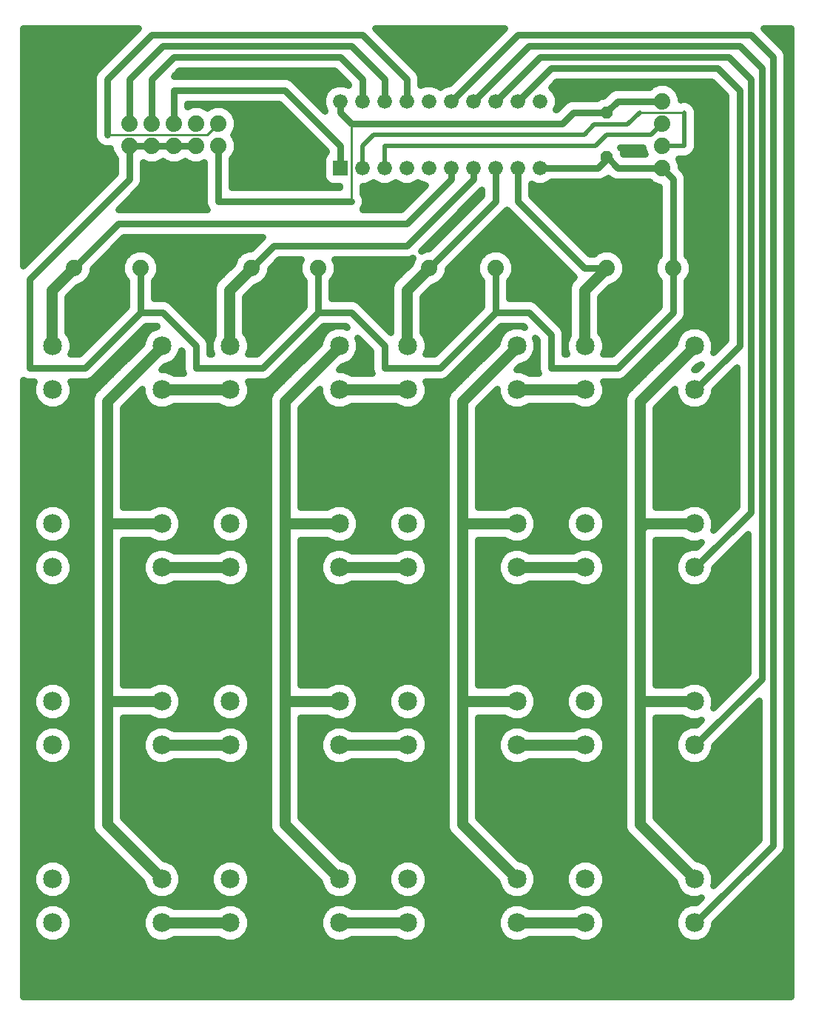
<source format=gtl>
G75*
%MOIN*%
%OFA0B0*%
%FSLAX25Y25*%
%IPPOS*%
%LPD*%
%AMOC8*
5,1,8,0,0,1.08239X$1,22.5*
%
%ADD10R,0.06600X0.06600*%
%ADD11C,0.06600*%
%ADD12C,0.07400*%
%ADD13C,0.08500*%
%ADD14OC8,0.05200*%
%ADD15C,0.03000*%
%ADD16C,0.01000*%
%ADD17C,0.05000*%
%ADD18C,0.02000*%
D10*
X0152500Y0382500D03*
D11*
X0162500Y0382500D03*
X0172500Y0382500D03*
X0182500Y0382500D03*
X0192500Y0382500D03*
X0202500Y0382500D03*
X0212500Y0382500D03*
X0222500Y0382500D03*
X0232500Y0382500D03*
X0242500Y0382500D03*
X0242500Y0412500D03*
X0232500Y0412500D03*
X0222500Y0412500D03*
X0212500Y0412500D03*
X0202500Y0412500D03*
X0192500Y0412500D03*
X0182500Y0412500D03*
X0172500Y0412500D03*
X0162500Y0412500D03*
X0152500Y0412500D03*
D12*
X0097500Y0402500D03*
X0097500Y0392500D03*
X0087500Y0392500D03*
X0087500Y0402500D03*
X0077500Y0402500D03*
X0077500Y0392500D03*
X0067500Y0392500D03*
X0067500Y0402500D03*
X0057500Y0402500D03*
X0057500Y0392500D03*
X0062500Y0337500D03*
X0032500Y0337500D03*
X0112500Y0337500D03*
X0142500Y0337500D03*
X0192500Y0337500D03*
X0222500Y0337500D03*
X0272500Y0337500D03*
X0302500Y0337500D03*
X0297500Y0382500D03*
X0297500Y0392500D03*
X0297500Y0402500D03*
X0297500Y0412500D03*
D13*
X0312106Y0302343D03*
X0312106Y0282657D03*
X0262894Y0282657D03*
X0262894Y0302343D03*
X0232106Y0302343D03*
X0232106Y0282657D03*
X0182894Y0282657D03*
X0182894Y0302343D03*
X0152106Y0302343D03*
X0152106Y0282657D03*
X0102894Y0282657D03*
X0102894Y0302343D03*
X0072106Y0302343D03*
X0072106Y0282657D03*
X0022894Y0282657D03*
X0022894Y0302343D03*
X0022894Y0222343D03*
X0022894Y0202657D03*
X0072106Y0202657D03*
X0072106Y0222343D03*
X0102894Y0222343D03*
X0102894Y0202657D03*
X0152106Y0202657D03*
X0152106Y0222343D03*
X0182894Y0222343D03*
X0182894Y0202657D03*
X0232106Y0202657D03*
X0232106Y0222343D03*
X0262894Y0222343D03*
X0262894Y0202657D03*
X0312106Y0202657D03*
X0312106Y0222343D03*
X0312106Y0142343D03*
X0312106Y0122657D03*
X0262894Y0122657D03*
X0262894Y0142343D03*
X0232106Y0142343D03*
X0232106Y0122657D03*
X0182894Y0122657D03*
X0182894Y0142343D03*
X0152106Y0142343D03*
X0152106Y0122657D03*
X0102894Y0122657D03*
X0102894Y0142343D03*
X0072106Y0142343D03*
X0072106Y0122657D03*
X0022894Y0122657D03*
X0022894Y0142343D03*
X0022894Y0062343D03*
X0022894Y0042657D03*
X0072106Y0042657D03*
X0072106Y0062343D03*
X0102894Y0062343D03*
X0102894Y0042657D03*
X0152106Y0042657D03*
X0152106Y0062343D03*
X0182894Y0062343D03*
X0182894Y0042657D03*
X0232106Y0042657D03*
X0232106Y0062343D03*
X0262894Y0062343D03*
X0262894Y0042657D03*
X0312106Y0042657D03*
X0312106Y0062343D03*
D14*
X0272500Y0387500D03*
X0272500Y0407500D03*
D15*
X0009500Y0287032D02*
X0009500Y0009500D01*
X0355500Y0009500D01*
X0355500Y0445500D01*
X0343268Y0445500D01*
X0351012Y0437756D01*
X0352756Y0436012D01*
X0353700Y0433733D01*
X0353700Y0076267D01*
X0352756Y0073988D01*
X0351012Y0072244D01*
X0351012Y0072244D01*
X0321056Y0042288D01*
X0321056Y0040877D01*
X0319694Y0037588D01*
X0317176Y0035070D01*
X0313887Y0033707D01*
X0310326Y0033707D01*
X0307037Y0035070D01*
X0304519Y0037588D01*
X0303156Y0040877D01*
X0303156Y0044438D01*
X0304519Y0047727D01*
X0307037Y0050245D01*
X0310326Y0051607D01*
X0312839Y0051607D01*
X0315146Y0053914D01*
X0313887Y0053393D01*
X0310326Y0053393D01*
X0307037Y0054755D01*
X0304519Y0057273D01*
X0303156Y0060562D01*
X0303156Y0061110D01*
X0281396Y0082870D01*
X0280300Y0085517D01*
X0280300Y0278932D01*
X0281396Y0281578D01*
X0283422Y0283604D01*
X0303156Y0303339D01*
X0303156Y0304123D01*
X0304519Y0307412D01*
X0307037Y0309930D01*
X0310326Y0311293D01*
X0313887Y0311293D01*
X0317176Y0309930D01*
X0319694Y0307412D01*
X0321056Y0304123D01*
X0321056Y0300562D01*
X0320535Y0299303D01*
X0326300Y0305068D01*
X0326300Y0414932D01*
X0319932Y0421300D01*
X0250068Y0421300D01*
X0247541Y0418773D01*
X0249282Y0417032D01*
X0250500Y0414091D01*
X0250500Y0410909D01*
X0249585Y0408700D01*
X0249932Y0408700D01*
X0252244Y0411012D01*
X0253988Y0412756D01*
X0256267Y0413700D01*
X0268376Y0413700D01*
X0269476Y0414800D01*
X0271032Y0414800D01*
X0273988Y0417756D01*
X0276267Y0418700D01*
X0291821Y0418700D01*
X0292742Y0419621D01*
X0295829Y0420900D01*
X0299171Y0420900D01*
X0302258Y0419621D01*
X0304621Y0417258D01*
X0305900Y0414171D01*
X0305900Y0413007D01*
X0306366Y0413200D01*
X0308634Y0413200D01*
X0310729Y0412332D01*
X0312332Y0410729D01*
X0313200Y0408634D01*
X0313200Y0391366D01*
X0312332Y0389271D01*
X0310729Y0387668D01*
X0308634Y0386800D01*
X0304811Y0386800D01*
X0305900Y0384171D01*
X0305900Y0382868D01*
X0306012Y0382756D01*
X0306012Y0382756D01*
X0307756Y0381012D01*
X0308700Y0378733D01*
X0308700Y0343179D01*
X0309621Y0342258D01*
X0310900Y0339171D01*
X0310900Y0335829D01*
X0309621Y0332742D01*
X0308700Y0331821D01*
X0308700Y0316267D01*
X0307756Y0313988D01*
X0306012Y0312244D01*
X0281012Y0287244D01*
X0278733Y0286300D01*
X0271072Y0286300D01*
X0271844Y0284438D01*
X0271844Y0280877D01*
X0270481Y0277588D01*
X0267963Y0275070D01*
X0264674Y0273707D01*
X0261113Y0273707D01*
X0257824Y0275070D01*
X0257436Y0275457D01*
X0237564Y0275457D01*
X0237176Y0275070D01*
X0233887Y0273707D01*
X0230326Y0273707D01*
X0227037Y0275070D01*
X0224519Y0277588D01*
X0223156Y0280877D01*
X0223156Y0282974D01*
X0214700Y0274518D01*
X0214700Y0229543D01*
X0226649Y0229543D01*
X0227037Y0229930D01*
X0230326Y0231293D01*
X0233887Y0231293D01*
X0237176Y0229930D01*
X0239694Y0227412D01*
X0241056Y0224123D01*
X0241056Y0220562D01*
X0239694Y0217273D01*
X0237176Y0214755D01*
X0233887Y0213393D01*
X0230326Y0213393D01*
X0227037Y0214755D01*
X0226649Y0215143D01*
X0214700Y0215143D01*
X0214700Y0149543D01*
X0226649Y0149543D01*
X0227037Y0149930D01*
X0230326Y0151293D01*
X0233887Y0151293D01*
X0237176Y0149930D01*
X0239694Y0147412D01*
X0241056Y0144123D01*
X0241056Y0140562D01*
X0239694Y0137273D01*
X0237176Y0134755D01*
X0233887Y0133393D01*
X0230326Y0133393D01*
X0227037Y0134755D01*
X0226649Y0135143D01*
X0214700Y0135143D01*
X0214700Y0089931D01*
X0233339Y0071293D01*
X0233887Y0071293D01*
X0237176Y0069930D01*
X0239694Y0067412D01*
X0241056Y0064123D01*
X0241056Y0060562D01*
X0239694Y0057273D01*
X0237176Y0054755D01*
X0233887Y0053393D01*
X0230326Y0053393D01*
X0227037Y0054755D01*
X0224519Y0057273D01*
X0223156Y0060562D01*
X0223156Y0061110D01*
X0201396Y0082870D01*
X0200300Y0085517D01*
X0200300Y0278932D01*
X0201396Y0281578D01*
X0203422Y0283604D01*
X0223156Y0303339D01*
X0223156Y0304123D01*
X0224519Y0307412D01*
X0227037Y0309930D01*
X0230326Y0311293D01*
X0233887Y0311293D01*
X0235684Y0310548D01*
X0234932Y0311300D01*
X0225068Y0311300D01*
X0201012Y0287244D01*
X0198733Y0286300D01*
X0191072Y0286300D01*
X0191844Y0284438D01*
X0191844Y0280877D01*
X0190481Y0277588D01*
X0187963Y0275070D01*
X0184674Y0273707D01*
X0181113Y0273707D01*
X0177824Y0275070D01*
X0177436Y0275457D01*
X0157564Y0275457D01*
X0157176Y0275070D01*
X0153887Y0273707D01*
X0150326Y0273707D01*
X0147037Y0275070D01*
X0144519Y0277588D01*
X0143156Y0280877D01*
X0143156Y0282974D01*
X0134700Y0274518D01*
X0134700Y0229543D01*
X0146649Y0229543D01*
X0147037Y0229930D01*
X0150326Y0231293D01*
X0153887Y0231293D01*
X0157176Y0229930D01*
X0159694Y0227412D01*
X0161056Y0224123D01*
X0161056Y0220562D01*
X0159694Y0217273D01*
X0157176Y0214755D01*
X0153887Y0213393D01*
X0150326Y0213393D01*
X0147037Y0214755D01*
X0146649Y0215143D01*
X0134700Y0215143D01*
X0134700Y0149543D01*
X0146649Y0149543D01*
X0147037Y0149930D01*
X0150326Y0151293D01*
X0153887Y0151293D01*
X0157176Y0149930D01*
X0159694Y0147412D01*
X0161056Y0144123D01*
X0161056Y0140562D01*
X0159694Y0137273D01*
X0157176Y0134755D01*
X0153887Y0133393D01*
X0150326Y0133393D01*
X0147037Y0134755D01*
X0146649Y0135143D01*
X0134700Y0135143D01*
X0134700Y0089931D01*
X0153339Y0071293D01*
X0153887Y0071293D01*
X0157176Y0069930D01*
X0159694Y0067412D01*
X0161056Y0064123D01*
X0161056Y0060562D01*
X0159694Y0057273D01*
X0157176Y0054755D01*
X0153887Y0053393D01*
X0150326Y0053393D01*
X0147037Y0054755D01*
X0144519Y0057273D01*
X0143156Y0060562D01*
X0143156Y0061110D01*
X0121396Y0082870D01*
X0120300Y0085517D01*
X0120300Y0278932D01*
X0121396Y0281578D01*
X0143156Y0303339D01*
X0143156Y0304123D01*
X0144519Y0307412D01*
X0147037Y0309930D01*
X0150326Y0311293D01*
X0153887Y0311293D01*
X0155684Y0310548D01*
X0154932Y0311300D01*
X0145068Y0311300D01*
X0121012Y0287244D01*
X0118733Y0286300D01*
X0111072Y0286300D01*
X0111844Y0284438D01*
X0111844Y0280877D01*
X0110481Y0277588D01*
X0107963Y0275070D01*
X0104674Y0273707D01*
X0101113Y0273707D01*
X0097824Y0275070D01*
X0097436Y0275457D01*
X0077563Y0275457D01*
X0077176Y0275070D01*
X0073887Y0273707D01*
X0070326Y0273707D01*
X0067037Y0275070D01*
X0064519Y0277588D01*
X0063156Y0280877D01*
X0063156Y0282974D01*
X0054700Y0274518D01*
X0054700Y0229543D01*
X0066649Y0229543D01*
X0067037Y0229930D01*
X0070326Y0231293D01*
X0073887Y0231293D01*
X0077176Y0229930D01*
X0079694Y0227412D01*
X0081056Y0224123D01*
X0081056Y0220562D01*
X0079694Y0217273D01*
X0077176Y0214755D01*
X0073887Y0213393D01*
X0070326Y0213393D01*
X0067037Y0214755D01*
X0066649Y0215143D01*
X0054700Y0215143D01*
X0054700Y0149543D01*
X0066649Y0149543D01*
X0067037Y0149930D01*
X0070326Y0151293D01*
X0073887Y0151293D01*
X0077176Y0149930D01*
X0079694Y0147412D01*
X0081056Y0144123D01*
X0081056Y0140562D01*
X0079694Y0137273D01*
X0077176Y0134755D01*
X0073887Y0133393D01*
X0070326Y0133393D01*
X0067037Y0134755D01*
X0066649Y0135143D01*
X0054700Y0135143D01*
X0054700Y0089931D01*
X0073339Y0071293D01*
X0073887Y0071293D01*
X0077176Y0069930D01*
X0079694Y0067412D01*
X0081056Y0064123D01*
X0081056Y0060562D01*
X0079694Y0057273D01*
X0077176Y0054755D01*
X0073887Y0053393D01*
X0070326Y0053393D01*
X0067037Y0054755D01*
X0064519Y0057273D01*
X0063156Y0060562D01*
X0063156Y0061110D01*
X0041396Y0082870D01*
X0040300Y0085517D01*
X0040300Y0278932D01*
X0041396Y0281578D01*
X0043422Y0283604D01*
X0063156Y0303339D01*
X0063156Y0304123D01*
X0064519Y0307412D01*
X0067037Y0309930D01*
X0070053Y0311179D01*
X0069932Y0311300D01*
X0065068Y0311300D01*
X0041012Y0287244D01*
X0038733Y0286300D01*
X0031072Y0286300D01*
X0031844Y0284438D01*
X0031844Y0280877D01*
X0030481Y0277588D01*
X0027963Y0275070D01*
X0024674Y0273707D01*
X0021113Y0273707D01*
X0017824Y0275070D01*
X0015306Y0277588D01*
X0013944Y0280877D01*
X0013944Y0284438D01*
X0014715Y0286300D01*
X0011267Y0286300D01*
X0009500Y0287032D01*
X0009500Y0286384D02*
X0011064Y0286384D01*
X0009500Y0283385D02*
X0013944Y0283385D01*
X0014147Y0280387D02*
X0009500Y0280387D01*
X0009500Y0277388D02*
X0015506Y0277388D01*
X0019466Y0274390D02*
X0009500Y0274390D01*
X0009500Y0271391D02*
X0040300Y0271391D01*
X0040300Y0268393D02*
X0009500Y0268393D01*
X0009500Y0265394D02*
X0040300Y0265394D01*
X0040300Y0262396D02*
X0009500Y0262396D01*
X0009500Y0259397D02*
X0040300Y0259397D01*
X0040300Y0256399D02*
X0009500Y0256399D01*
X0009500Y0253400D02*
X0040300Y0253400D01*
X0040300Y0250402D02*
X0009500Y0250402D01*
X0009500Y0247403D02*
X0040300Y0247403D01*
X0040300Y0244405D02*
X0009500Y0244405D01*
X0009500Y0241406D02*
X0040300Y0241406D01*
X0040300Y0238408D02*
X0009500Y0238408D01*
X0009500Y0235409D02*
X0040300Y0235409D01*
X0040300Y0232411D02*
X0009500Y0232411D01*
X0009500Y0229412D02*
X0017306Y0229412D01*
X0017824Y0229930D02*
X0015306Y0227412D01*
X0013944Y0224123D01*
X0013944Y0220562D01*
X0015306Y0217273D01*
X0017824Y0214755D01*
X0021113Y0213393D01*
X0024674Y0213393D01*
X0027963Y0214755D01*
X0030481Y0217273D01*
X0031844Y0220562D01*
X0031844Y0224123D01*
X0030481Y0227412D01*
X0027963Y0229930D01*
X0024674Y0231293D01*
X0021113Y0231293D01*
X0017824Y0229930D01*
X0014893Y0226414D02*
X0009500Y0226414D01*
X0009500Y0223415D02*
X0013944Y0223415D01*
X0014004Y0220417D02*
X0009500Y0220417D01*
X0009500Y0217418D02*
X0015246Y0217418D01*
X0018634Y0214420D02*
X0009500Y0214420D01*
X0009500Y0211421D02*
X0020663Y0211421D01*
X0021113Y0211607D02*
X0017824Y0210245D01*
X0015306Y0207727D01*
X0013944Y0204438D01*
X0013944Y0200877D01*
X0015306Y0197588D01*
X0017824Y0195070D01*
X0021113Y0193707D01*
X0024674Y0193707D01*
X0027963Y0195070D01*
X0030481Y0197588D01*
X0031844Y0200877D01*
X0031844Y0204438D01*
X0030481Y0207727D01*
X0027963Y0210245D01*
X0024674Y0211607D01*
X0021113Y0211607D01*
X0025124Y0211421D02*
X0040300Y0211421D01*
X0040300Y0208423D02*
X0029786Y0208423D01*
X0031435Y0205424D02*
X0040300Y0205424D01*
X0040300Y0202426D02*
X0031844Y0202426D01*
X0031243Y0199427D02*
X0040300Y0199427D01*
X0040300Y0196429D02*
X0029322Y0196429D01*
X0040300Y0193430D02*
X0009500Y0193430D01*
X0009500Y0190432D02*
X0040300Y0190432D01*
X0040300Y0187433D02*
X0009500Y0187433D01*
X0009500Y0184434D02*
X0040300Y0184434D01*
X0040300Y0181436D02*
X0009500Y0181436D01*
X0009500Y0178437D02*
X0040300Y0178437D01*
X0040300Y0175439D02*
X0009500Y0175439D01*
X0009500Y0172440D02*
X0040300Y0172440D01*
X0040300Y0169442D02*
X0009500Y0169442D01*
X0009500Y0166443D02*
X0040300Y0166443D01*
X0040300Y0163445D02*
X0009500Y0163445D01*
X0009500Y0160446D02*
X0040300Y0160446D01*
X0040300Y0157448D02*
X0009500Y0157448D01*
X0009500Y0154449D02*
X0040300Y0154449D01*
X0040300Y0151451D02*
X0009500Y0151451D01*
X0009500Y0148452D02*
X0016346Y0148452D01*
X0015306Y0147412D02*
X0013944Y0144123D01*
X0013944Y0140562D01*
X0015306Y0137273D01*
X0017824Y0134755D01*
X0021113Y0133393D01*
X0024674Y0133393D01*
X0027963Y0134755D01*
X0030481Y0137273D01*
X0031844Y0140562D01*
X0031844Y0144123D01*
X0030481Y0147412D01*
X0027963Y0149930D01*
X0024674Y0151293D01*
X0021113Y0151293D01*
X0017824Y0149930D01*
X0015306Y0147412D01*
X0014495Y0145454D02*
X0009500Y0145454D01*
X0009500Y0142455D02*
X0013944Y0142455D01*
X0014402Y0139457D02*
X0009500Y0139457D01*
X0009500Y0136458D02*
X0016121Y0136458D01*
X0020951Y0133460D02*
X0009500Y0133460D01*
X0009500Y0130461D02*
X0018346Y0130461D01*
X0017824Y0130245D02*
X0021113Y0131607D01*
X0024674Y0131607D01*
X0027963Y0130245D01*
X0030481Y0127727D01*
X0031844Y0124438D01*
X0031844Y0120877D01*
X0030481Y0117588D01*
X0027963Y0115070D01*
X0024674Y0113707D01*
X0021113Y0113707D01*
X0017824Y0115070D01*
X0015306Y0117588D01*
X0013944Y0120877D01*
X0013944Y0124438D01*
X0015306Y0127727D01*
X0017824Y0130245D01*
X0015197Y0127463D02*
X0009500Y0127463D01*
X0009500Y0124464D02*
X0013955Y0124464D01*
X0013944Y0121466D02*
X0009500Y0121466D01*
X0009500Y0118467D02*
X0014942Y0118467D01*
X0017425Y0115469D02*
X0009500Y0115469D01*
X0009500Y0112470D02*
X0040300Y0112470D01*
X0040300Y0109472D02*
X0009500Y0109472D01*
X0009500Y0106473D02*
X0040300Y0106473D01*
X0040300Y0103475D02*
X0009500Y0103475D01*
X0009500Y0100476D02*
X0040300Y0100476D01*
X0040300Y0097478D02*
X0009500Y0097478D01*
X0009500Y0094479D02*
X0040300Y0094479D01*
X0040300Y0091481D02*
X0009500Y0091481D01*
X0009500Y0088482D02*
X0040300Y0088482D01*
X0040314Y0085484D02*
X0009500Y0085484D01*
X0009500Y0082485D02*
X0041781Y0082485D01*
X0044780Y0079487D02*
X0009500Y0079487D01*
X0009500Y0076488D02*
X0047778Y0076488D01*
X0050777Y0073490D02*
X0009500Y0073490D01*
X0009500Y0070491D02*
X0019179Y0070491D01*
X0017824Y0069930D02*
X0021113Y0071293D01*
X0024674Y0071293D01*
X0027963Y0069930D01*
X0030481Y0067412D01*
X0031844Y0064123D01*
X0031844Y0060562D01*
X0030481Y0057273D01*
X0027963Y0054755D01*
X0024674Y0053393D01*
X0021113Y0053393D01*
X0017824Y0054755D01*
X0015306Y0057273D01*
X0013944Y0060562D01*
X0013944Y0064123D01*
X0015306Y0067412D01*
X0017824Y0069930D01*
X0015387Y0067493D02*
X0009500Y0067493D01*
X0009500Y0064494D02*
X0014097Y0064494D01*
X0013944Y0061496D02*
X0009500Y0061496D01*
X0009500Y0058497D02*
X0014799Y0058497D01*
X0017080Y0055499D02*
X0009500Y0055499D01*
X0009500Y0052500D02*
X0313732Y0052500D01*
X0306293Y0049501D02*
X0268707Y0049501D01*
X0267963Y0050245D02*
X0264674Y0051607D01*
X0261113Y0051607D01*
X0257824Y0050245D01*
X0257436Y0049857D01*
X0237564Y0049857D01*
X0237176Y0050245D01*
X0233887Y0051607D01*
X0230326Y0051607D01*
X0227037Y0050245D01*
X0224519Y0047727D01*
X0223156Y0044438D01*
X0223156Y0040877D01*
X0224519Y0037588D01*
X0227037Y0035070D01*
X0230326Y0033707D01*
X0233887Y0033707D01*
X0237176Y0035070D01*
X0237564Y0035457D01*
X0257436Y0035457D01*
X0257824Y0035070D01*
X0261113Y0033707D01*
X0264674Y0033707D01*
X0267963Y0035070D01*
X0270481Y0037588D01*
X0271844Y0040877D01*
X0271844Y0044438D01*
X0270481Y0047727D01*
X0267963Y0050245D01*
X0267963Y0054755D02*
X0270481Y0057273D01*
X0271844Y0060562D01*
X0271844Y0064123D01*
X0270481Y0067412D01*
X0267963Y0069930D01*
X0264674Y0071293D01*
X0261113Y0071293D01*
X0257824Y0069930D01*
X0255306Y0067412D01*
X0253944Y0064123D01*
X0253944Y0060562D01*
X0255306Y0057273D01*
X0257824Y0054755D01*
X0261113Y0053393D01*
X0264674Y0053393D01*
X0267963Y0054755D01*
X0268707Y0055499D02*
X0306293Y0055499D01*
X0304012Y0058497D02*
X0270988Y0058497D01*
X0271844Y0061496D02*
X0302771Y0061496D01*
X0299772Y0064494D02*
X0271690Y0064494D01*
X0270401Y0067493D02*
X0296774Y0067493D01*
X0293775Y0070491D02*
X0266609Y0070491D01*
X0259179Y0070491D02*
X0235821Y0070491D01*
X0239613Y0067493D02*
X0255387Y0067493D01*
X0254097Y0064494D02*
X0240903Y0064494D01*
X0241056Y0061496D02*
X0253944Y0061496D01*
X0254799Y0058497D02*
X0240201Y0058497D01*
X0237920Y0055499D02*
X0257080Y0055499D01*
X0270988Y0046503D02*
X0304012Y0046503D01*
X0303156Y0043504D02*
X0271844Y0043504D01*
X0271690Y0040506D02*
X0303310Y0040506D01*
X0304599Y0037507D02*
X0270401Y0037507D01*
X0266609Y0034509D02*
X0308391Y0034509D01*
X0315821Y0034509D02*
X0355500Y0034509D01*
X0355500Y0037507D02*
X0319613Y0037507D01*
X0320903Y0040506D02*
X0355500Y0040506D01*
X0355500Y0043504D02*
X0322273Y0043504D01*
X0325271Y0046503D02*
X0355500Y0046503D01*
X0355500Y0049501D02*
X0328270Y0049501D01*
X0331268Y0052500D02*
X0355500Y0052500D01*
X0355500Y0055499D02*
X0334267Y0055499D01*
X0337265Y0058497D02*
X0355500Y0058497D01*
X0355500Y0061496D02*
X0340264Y0061496D01*
X0343262Y0064494D02*
X0355500Y0064494D01*
X0355500Y0067493D02*
X0346261Y0067493D01*
X0349259Y0070491D02*
X0355500Y0070491D01*
X0355500Y0073490D02*
X0352258Y0073490D01*
X0353700Y0076488D02*
X0355500Y0076488D01*
X0355500Y0079487D02*
X0353700Y0079487D01*
X0353700Y0082485D02*
X0355500Y0082485D01*
X0355500Y0085484D02*
X0353700Y0085484D01*
X0353700Y0088482D02*
X0355500Y0088482D01*
X0355500Y0091481D02*
X0353700Y0091481D01*
X0353700Y0094479D02*
X0355500Y0094479D01*
X0355500Y0097478D02*
X0353700Y0097478D01*
X0353700Y0100476D02*
X0355500Y0100476D01*
X0355500Y0103475D02*
X0353700Y0103475D01*
X0353700Y0106473D02*
X0355500Y0106473D01*
X0355500Y0109472D02*
X0353700Y0109472D01*
X0353700Y0112470D02*
X0355500Y0112470D01*
X0355500Y0115469D02*
X0353700Y0115469D01*
X0353700Y0118467D02*
X0355500Y0118467D01*
X0355500Y0121466D02*
X0353700Y0121466D01*
X0353700Y0124464D02*
X0355500Y0124464D01*
X0355500Y0127463D02*
X0353700Y0127463D01*
X0353700Y0130461D02*
X0355500Y0130461D01*
X0355500Y0133460D02*
X0353700Y0133460D01*
X0353700Y0136458D02*
X0355500Y0136458D01*
X0355500Y0139457D02*
X0353700Y0139457D01*
X0353700Y0142455D02*
X0355500Y0142455D01*
X0355500Y0145454D02*
X0353700Y0145454D01*
X0353700Y0148452D02*
X0355500Y0148452D01*
X0355500Y0151451D02*
X0353700Y0151451D01*
X0353700Y0154449D02*
X0355500Y0154449D01*
X0355500Y0157448D02*
X0353700Y0157448D01*
X0353700Y0160446D02*
X0355500Y0160446D01*
X0355500Y0163445D02*
X0353700Y0163445D01*
X0353700Y0166443D02*
X0355500Y0166443D01*
X0355500Y0169442D02*
X0353700Y0169442D01*
X0353700Y0172440D02*
X0355500Y0172440D01*
X0355500Y0175439D02*
X0353700Y0175439D01*
X0353700Y0178437D02*
X0355500Y0178437D01*
X0355500Y0181436D02*
X0353700Y0181436D01*
X0353700Y0184434D02*
X0355500Y0184434D01*
X0355500Y0187433D02*
X0353700Y0187433D01*
X0353700Y0190432D02*
X0355500Y0190432D01*
X0355500Y0193430D02*
X0353700Y0193430D01*
X0353700Y0196429D02*
X0355500Y0196429D01*
X0355500Y0199427D02*
X0353700Y0199427D01*
X0353700Y0202426D02*
X0355500Y0202426D01*
X0355500Y0205424D02*
X0353700Y0205424D01*
X0353700Y0208423D02*
X0355500Y0208423D01*
X0355500Y0211421D02*
X0353700Y0211421D01*
X0353700Y0214420D02*
X0355500Y0214420D01*
X0355500Y0217418D02*
X0353700Y0217418D01*
X0353700Y0220417D02*
X0355500Y0220417D01*
X0355500Y0223415D02*
X0353700Y0223415D01*
X0353700Y0226414D02*
X0355500Y0226414D01*
X0355500Y0229412D02*
X0353700Y0229412D01*
X0353700Y0232411D02*
X0355500Y0232411D01*
X0355500Y0235409D02*
X0353700Y0235409D01*
X0353700Y0238408D02*
X0355500Y0238408D01*
X0355500Y0241406D02*
X0353700Y0241406D01*
X0353700Y0244405D02*
X0355500Y0244405D01*
X0355500Y0247403D02*
X0353700Y0247403D01*
X0353700Y0250402D02*
X0355500Y0250402D01*
X0355500Y0253400D02*
X0353700Y0253400D01*
X0353700Y0256399D02*
X0355500Y0256399D01*
X0355500Y0259397D02*
X0353700Y0259397D01*
X0353700Y0262396D02*
X0355500Y0262396D01*
X0355500Y0265394D02*
X0353700Y0265394D01*
X0353700Y0268393D02*
X0355500Y0268393D01*
X0355500Y0271391D02*
X0353700Y0271391D01*
X0353700Y0274390D02*
X0355500Y0274390D01*
X0355500Y0277388D02*
X0353700Y0277388D01*
X0353700Y0280387D02*
X0355500Y0280387D01*
X0355500Y0283385D02*
X0353700Y0283385D01*
X0353700Y0286384D02*
X0355500Y0286384D01*
X0355500Y0289382D02*
X0353700Y0289382D01*
X0353700Y0292381D02*
X0355500Y0292381D01*
X0355500Y0295379D02*
X0353700Y0295379D01*
X0353700Y0298378D02*
X0355500Y0298378D01*
X0355500Y0301376D02*
X0353700Y0301376D01*
X0353700Y0304375D02*
X0355500Y0304375D01*
X0355500Y0307373D02*
X0353700Y0307373D01*
X0353700Y0310372D02*
X0355500Y0310372D01*
X0355500Y0313370D02*
X0353700Y0313370D01*
X0353700Y0316369D02*
X0355500Y0316369D01*
X0355500Y0319368D02*
X0353700Y0319368D01*
X0353700Y0322366D02*
X0355500Y0322366D01*
X0355500Y0325365D02*
X0353700Y0325365D01*
X0353700Y0328363D02*
X0355500Y0328363D01*
X0355500Y0331362D02*
X0353700Y0331362D01*
X0353700Y0334360D02*
X0355500Y0334360D01*
X0355500Y0337359D02*
X0353700Y0337359D01*
X0353700Y0340357D02*
X0355500Y0340357D01*
X0355500Y0343356D02*
X0353700Y0343356D01*
X0353700Y0346354D02*
X0355500Y0346354D01*
X0355500Y0349353D02*
X0353700Y0349353D01*
X0353700Y0352351D02*
X0355500Y0352351D01*
X0355500Y0355350D02*
X0353700Y0355350D01*
X0353700Y0358348D02*
X0355500Y0358348D01*
X0355500Y0361347D02*
X0353700Y0361347D01*
X0353700Y0364345D02*
X0355500Y0364345D01*
X0355500Y0367344D02*
X0353700Y0367344D01*
X0353700Y0370342D02*
X0355500Y0370342D01*
X0355500Y0373341D02*
X0353700Y0373341D01*
X0353700Y0376339D02*
X0355500Y0376339D01*
X0355500Y0379338D02*
X0353700Y0379338D01*
X0353700Y0382336D02*
X0355500Y0382336D01*
X0355500Y0385335D02*
X0353700Y0385335D01*
X0353700Y0388333D02*
X0355500Y0388333D01*
X0355500Y0391332D02*
X0353700Y0391332D01*
X0353700Y0394330D02*
X0355500Y0394330D01*
X0355500Y0397329D02*
X0353700Y0397329D01*
X0353700Y0400327D02*
X0355500Y0400327D01*
X0355500Y0403326D02*
X0353700Y0403326D01*
X0353700Y0406324D02*
X0355500Y0406324D01*
X0355500Y0409323D02*
X0353700Y0409323D01*
X0353700Y0412321D02*
X0355500Y0412321D01*
X0355500Y0415320D02*
X0353700Y0415320D01*
X0353700Y0418318D02*
X0355500Y0418318D01*
X0355500Y0421317D02*
X0353700Y0421317D01*
X0353700Y0424315D02*
X0355500Y0424315D01*
X0355500Y0427314D02*
X0353700Y0427314D01*
X0353700Y0430312D02*
X0355500Y0430312D01*
X0355500Y0433311D02*
X0353700Y0433311D01*
X0352459Y0436309D02*
X0355500Y0436309D01*
X0355500Y0439308D02*
X0349460Y0439308D01*
X0346462Y0442306D02*
X0355500Y0442306D01*
X0355500Y0445305D02*
X0343463Y0445305D01*
X0337500Y0442500D02*
X0347500Y0432500D01*
X0347500Y0077500D01*
X0312657Y0042657D01*
X0312106Y0042657D01*
X0320535Y0059303D02*
X0321056Y0060562D01*
X0321056Y0064123D01*
X0319694Y0067412D01*
X0317176Y0069930D01*
X0313887Y0071293D01*
X0313339Y0071293D01*
X0294700Y0089931D01*
X0294700Y0135143D01*
X0306649Y0135143D01*
X0307037Y0134755D01*
X0310326Y0133393D01*
X0313887Y0133393D01*
X0315146Y0133914D01*
X0312839Y0131607D01*
X0310326Y0131607D01*
X0307037Y0130245D01*
X0304519Y0127727D01*
X0303156Y0124438D01*
X0303156Y0120877D01*
X0304519Y0117588D01*
X0307037Y0115070D01*
X0310326Y0113707D01*
X0313887Y0113707D01*
X0317176Y0115070D01*
X0319694Y0117588D01*
X0321056Y0120877D01*
X0321056Y0122288D01*
X0341300Y0142532D01*
X0341300Y0080068D01*
X0320535Y0059303D01*
X0321056Y0061496D02*
X0322727Y0061496D01*
X0320903Y0064494D02*
X0325726Y0064494D01*
X0328724Y0067493D02*
X0319613Y0067493D01*
X0315821Y0070491D02*
X0331723Y0070491D01*
X0334721Y0073490D02*
X0311142Y0073490D01*
X0308143Y0076488D02*
X0337720Y0076488D01*
X0340719Y0079487D02*
X0305145Y0079487D01*
X0302146Y0082485D02*
X0341300Y0082485D01*
X0341300Y0085484D02*
X0299148Y0085484D01*
X0296149Y0088482D02*
X0341300Y0088482D01*
X0341300Y0091481D02*
X0294700Y0091481D01*
X0294700Y0094479D02*
X0341300Y0094479D01*
X0341300Y0097478D02*
X0294700Y0097478D01*
X0294700Y0100476D02*
X0341300Y0100476D01*
X0341300Y0103475D02*
X0294700Y0103475D01*
X0294700Y0106473D02*
X0341300Y0106473D01*
X0341300Y0109472D02*
X0294700Y0109472D01*
X0294700Y0112470D02*
X0341300Y0112470D01*
X0341300Y0115469D02*
X0317575Y0115469D01*
X0320058Y0118467D02*
X0341300Y0118467D01*
X0341300Y0121466D02*
X0321056Y0121466D01*
X0323232Y0124464D02*
X0341300Y0124464D01*
X0341300Y0127463D02*
X0326231Y0127463D01*
X0329229Y0130461D02*
X0341300Y0130461D01*
X0341300Y0133460D02*
X0332228Y0133460D01*
X0335226Y0136458D02*
X0341300Y0136458D01*
X0341300Y0139457D02*
X0338225Y0139457D01*
X0341223Y0142455D02*
X0341300Y0142455D01*
X0342500Y0152500D02*
X0342500Y0427500D01*
X0332500Y0437500D01*
X0237500Y0437500D01*
X0212500Y0412500D01*
X0222500Y0412500D02*
X0242500Y0432500D01*
X0327500Y0432500D01*
X0337500Y0422500D01*
X0337500Y0227500D01*
X0312657Y0202657D01*
X0312106Y0202657D01*
X0305678Y0196429D02*
X0294700Y0196429D01*
X0294700Y0199427D02*
X0303757Y0199427D01*
X0303156Y0200877D02*
X0304519Y0197588D01*
X0307037Y0195070D01*
X0310326Y0193707D01*
X0313887Y0193707D01*
X0317176Y0195070D01*
X0319694Y0197588D01*
X0321056Y0200877D01*
X0321056Y0202288D01*
X0336300Y0217532D01*
X0336300Y0155068D01*
X0320535Y0139303D01*
X0321056Y0140562D01*
X0321056Y0144123D01*
X0319694Y0147412D01*
X0317176Y0149930D01*
X0313887Y0151293D01*
X0310326Y0151293D01*
X0307037Y0149930D01*
X0306649Y0149543D01*
X0294700Y0149543D01*
X0294700Y0215143D01*
X0306649Y0215143D01*
X0307037Y0214755D01*
X0310326Y0213393D01*
X0313887Y0213393D01*
X0315146Y0213914D01*
X0312839Y0211607D01*
X0310326Y0211607D01*
X0307037Y0210245D01*
X0304519Y0207727D01*
X0303156Y0204438D01*
X0303156Y0200877D01*
X0303156Y0202426D02*
X0294700Y0202426D01*
X0294700Y0205424D02*
X0303565Y0205424D01*
X0305214Y0208423D02*
X0294700Y0208423D01*
X0294700Y0211421D02*
X0309876Y0211421D01*
X0307846Y0214420D02*
X0294700Y0214420D01*
X0294700Y0229543D02*
X0294700Y0274518D01*
X0303156Y0282974D01*
X0303156Y0280877D01*
X0304519Y0277588D01*
X0307037Y0275070D01*
X0310326Y0273707D01*
X0313887Y0273707D01*
X0317176Y0275070D01*
X0319694Y0277588D01*
X0321056Y0280877D01*
X0321056Y0282288D01*
X0331300Y0292532D01*
X0331300Y0230068D01*
X0320535Y0219303D01*
X0321056Y0220562D01*
X0321056Y0224123D01*
X0319694Y0227412D01*
X0317176Y0229930D01*
X0313887Y0231293D01*
X0310326Y0231293D01*
X0307037Y0229930D01*
X0306649Y0229543D01*
X0294700Y0229543D01*
X0294700Y0232411D02*
X0331300Y0232411D01*
X0331300Y0235409D02*
X0294700Y0235409D01*
X0294700Y0238408D02*
X0331300Y0238408D01*
X0331300Y0241406D02*
X0294700Y0241406D01*
X0294700Y0244405D02*
X0331300Y0244405D01*
X0331300Y0247403D02*
X0294700Y0247403D01*
X0294700Y0250402D02*
X0331300Y0250402D01*
X0331300Y0253400D02*
X0294700Y0253400D01*
X0294700Y0256399D02*
X0331300Y0256399D01*
X0331300Y0259397D02*
X0294700Y0259397D01*
X0294700Y0262396D02*
X0331300Y0262396D01*
X0331300Y0265394D02*
X0294700Y0265394D01*
X0294700Y0268393D02*
X0331300Y0268393D01*
X0331300Y0271391D02*
X0294700Y0271391D01*
X0294700Y0274390D02*
X0308679Y0274390D01*
X0304718Y0277388D02*
X0297571Y0277388D01*
X0300569Y0280387D02*
X0303359Y0280387D01*
X0312106Y0282657D02*
X0312657Y0282657D01*
X0332500Y0302500D01*
X0332500Y0417500D01*
X0322500Y0427500D01*
X0247500Y0427500D01*
X0232500Y0412500D01*
X0247995Y0418318D02*
X0275345Y0418318D01*
X0271552Y0415320D02*
X0249991Y0415320D01*
X0250500Y0412321D02*
X0253553Y0412321D01*
X0250555Y0409323D02*
X0249843Y0409323D01*
X0252500Y0402500D02*
X0257500Y0407500D01*
X0272500Y0407500D01*
X0273283Y0408283D01*
X0277500Y0412500D01*
X0297500Y0412500D01*
X0303561Y0418318D02*
X0322913Y0418318D01*
X0325912Y0415320D02*
X0305424Y0415320D01*
X0310740Y0412321D02*
X0326300Y0412321D01*
X0326300Y0409323D02*
X0312915Y0409323D01*
X0313200Y0406324D02*
X0326300Y0406324D01*
X0326300Y0403326D02*
X0313200Y0403326D01*
X0313200Y0400327D02*
X0326300Y0400327D01*
X0326300Y0397329D02*
X0313200Y0397329D01*
X0313200Y0394330D02*
X0326300Y0394330D01*
X0326300Y0391332D02*
X0313186Y0391332D01*
X0311394Y0388333D02*
X0326300Y0388333D01*
X0326300Y0385335D02*
X0305418Y0385335D01*
X0306432Y0382336D02*
X0326300Y0382336D01*
X0326300Y0379338D02*
X0308450Y0379338D01*
X0308700Y0376339D02*
X0326300Y0376339D01*
X0326300Y0373341D02*
X0308700Y0373341D01*
X0308700Y0370342D02*
X0326300Y0370342D01*
X0326300Y0367344D02*
X0308700Y0367344D01*
X0308700Y0364345D02*
X0326300Y0364345D01*
X0326300Y0361347D02*
X0308700Y0361347D01*
X0308700Y0358348D02*
X0326300Y0358348D01*
X0326300Y0355350D02*
X0308700Y0355350D01*
X0308700Y0352351D02*
X0326300Y0352351D01*
X0326300Y0349353D02*
X0308700Y0349353D01*
X0308700Y0346354D02*
X0326300Y0346354D01*
X0326300Y0343356D02*
X0308700Y0343356D01*
X0310409Y0340357D02*
X0326300Y0340357D01*
X0326300Y0337359D02*
X0310900Y0337359D01*
X0310291Y0334360D02*
X0326300Y0334360D01*
X0326300Y0331362D02*
X0308700Y0331362D01*
X0308700Y0328363D02*
X0326300Y0328363D01*
X0326300Y0325365D02*
X0308700Y0325365D01*
X0308700Y0322366D02*
X0326300Y0322366D01*
X0326300Y0319368D02*
X0308700Y0319368D01*
X0308700Y0316369D02*
X0326300Y0316369D01*
X0326300Y0313370D02*
X0307139Y0313370D01*
X0308104Y0310372D02*
X0304140Y0310372D01*
X0304503Y0307373D02*
X0301142Y0307373D01*
X0303261Y0304375D02*
X0298143Y0304375D01*
X0295145Y0301376D02*
X0301194Y0301376D01*
X0298196Y0298378D02*
X0292146Y0298378D01*
X0289148Y0295379D02*
X0295197Y0295379D01*
X0292199Y0292381D02*
X0286149Y0292381D01*
X0283151Y0289382D02*
X0289200Y0289382D01*
X0286202Y0286384D02*
X0278936Y0286384D01*
X0283203Y0283385D02*
X0271844Y0283385D01*
X0271641Y0280387D02*
X0280903Y0280387D01*
X0280300Y0277388D02*
X0270282Y0277388D01*
X0266321Y0274390D02*
X0280300Y0274390D01*
X0280300Y0271391D02*
X0214700Y0271391D01*
X0214700Y0268393D02*
X0280300Y0268393D01*
X0280300Y0265394D02*
X0214700Y0265394D01*
X0214700Y0262396D02*
X0280300Y0262396D01*
X0280300Y0259397D02*
X0214700Y0259397D01*
X0214700Y0256399D02*
X0280300Y0256399D01*
X0280300Y0253400D02*
X0214700Y0253400D01*
X0214700Y0250402D02*
X0280300Y0250402D01*
X0280300Y0247403D02*
X0214700Y0247403D01*
X0214700Y0244405D02*
X0280300Y0244405D01*
X0280300Y0241406D02*
X0214700Y0241406D01*
X0214700Y0238408D02*
X0280300Y0238408D01*
X0280300Y0235409D02*
X0214700Y0235409D01*
X0214700Y0232411D02*
X0280300Y0232411D01*
X0280300Y0229412D02*
X0268481Y0229412D01*
X0267963Y0229930D02*
X0264674Y0231293D01*
X0261113Y0231293D01*
X0257824Y0229930D01*
X0255306Y0227412D01*
X0253944Y0224123D01*
X0253944Y0220562D01*
X0255306Y0217273D01*
X0257824Y0214755D01*
X0261113Y0213393D01*
X0264674Y0213393D01*
X0267963Y0214755D01*
X0270481Y0217273D01*
X0271844Y0220562D01*
X0271844Y0224123D01*
X0270481Y0227412D01*
X0267963Y0229930D01*
X0270895Y0226414D02*
X0280300Y0226414D01*
X0280300Y0223415D02*
X0271844Y0223415D01*
X0271783Y0220417D02*
X0280300Y0220417D01*
X0280300Y0217418D02*
X0270541Y0217418D01*
X0267154Y0214420D02*
X0280300Y0214420D01*
X0280300Y0211421D02*
X0265124Y0211421D01*
X0264674Y0211607D02*
X0261113Y0211607D01*
X0257824Y0210245D01*
X0257436Y0209857D01*
X0237564Y0209857D01*
X0237176Y0210245D01*
X0233887Y0211607D01*
X0230326Y0211607D01*
X0227037Y0210245D01*
X0224519Y0207727D01*
X0223156Y0204438D01*
X0223156Y0200877D01*
X0224519Y0197588D01*
X0227037Y0195070D01*
X0230326Y0193707D01*
X0233887Y0193707D01*
X0237176Y0195070D01*
X0237564Y0195457D01*
X0257436Y0195457D01*
X0257824Y0195070D01*
X0261113Y0193707D01*
X0264674Y0193707D01*
X0267963Y0195070D01*
X0270481Y0197588D01*
X0271844Y0200877D01*
X0271844Y0204438D01*
X0270481Y0207727D01*
X0267963Y0210245D01*
X0264674Y0211607D01*
X0260663Y0211421D02*
X0234337Y0211421D01*
X0236366Y0214420D02*
X0258634Y0214420D01*
X0255246Y0217418D02*
X0239754Y0217418D01*
X0240996Y0220417D02*
X0254004Y0220417D01*
X0253944Y0223415D02*
X0241056Y0223415D01*
X0240107Y0226414D02*
X0254893Y0226414D01*
X0257306Y0229412D02*
X0237694Y0229412D01*
X0227846Y0214420D02*
X0214700Y0214420D01*
X0214700Y0211421D02*
X0229876Y0211421D01*
X0225214Y0208423D02*
X0214700Y0208423D01*
X0214700Y0205424D02*
X0223565Y0205424D01*
X0223156Y0202426D02*
X0214700Y0202426D01*
X0214700Y0199427D02*
X0223757Y0199427D01*
X0225678Y0196429D02*
X0214700Y0196429D01*
X0214700Y0193430D02*
X0280300Y0193430D01*
X0280300Y0190432D02*
X0214700Y0190432D01*
X0214700Y0187433D02*
X0280300Y0187433D01*
X0280300Y0184434D02*
X0214700Y0184434D01*
X0214700Y0181436D02*
X0280300Y0181436D01*
X0280300Y0178437D02*
X0214700Y0178437D01*
X0214700Y0175439D02*
X0280300Y0175439D01*
X0280300Y0172440D02*
X0214700Y0172440D01*
X0214700Y0169442D02*
X0280300Y0169442D01*
X0280300Y0166443D02*
X0214700Y0166443D01*
X0214700Y0163445D02*
X0280300Y0163445D01*
X0280300Y0160446D02*
X0214700Y0160446D01*
X0214700Y0157448D02*
X0280300Y0157448D01*
X0280300Y0154449D02*
X0214700Y0154449D01*
X0214700Y0151451D02*
X0280300Y0151451D01*
X0280300Y0148452D02*
X0269441Y0148452D01*
X0270481Y0147412D02*
X0267963Y0149930D01*
X0264674Y0151293D01*
X0261113Y0151293D01*
X0257824Y0149930D01*
X0255306Y0147412D01*
X0253944Y0144123D01*
X0253944Y0140562D01*
X0255306Y0137273D01*
X0257824Y0134755D01*
X0261113Y0133393D01*
X0264674Y0133393D01*
X0267963Y0134755D01*
X0270481Y0137273D01*
X0271844Y0140562D01*
X0271844Y0144123D01*
X0270481Y0147412D01*
X0271292Y0145454D02*
X0280300Y0145454D01*
X0280300Y0142455D02*
X0271844Y0142455D01*
X0271386Y0139457D02*
X0280300Y0139457D01*
X0280300Y0136458D02*
X0269667Y0136458D01*
X0264836Y0133460D02*
X0280300Y0133460D01*
X0280300Y0130461D02*
X0267441Y0130461D01*
X0267963Y0130245D02*
X0264674Y0131607D01*
X0261113Y0131607D01*
X0257824Y0130245D01*
X0257436Y0129857D01*
X0237563Y0129857D01*
X0237176Y0130245D01*
X0233887Y0131607D01*
X0230326Y0131607D01*
X0227037Y0130245D01*
X0224519Y0127727D01*
X0223156Y0124438D01*
X0223156Y0120877D01*
X0224519Y0117588D01*
X0227037Y0115070D01*
X0230326Y0113707D01*
X0233887Y0113707D01*
X0237176Y0115070D01*
X0237563Y0115457D01*
X0257436Y0115457D01*
X0257824Y0115070D01*
X0261113Y0113707D01*
X0264674Y0113707D01*
X0267963Y0115070D01*
X0270481Y0117588D01*
X0271844Y0120877D01*
X0271844Y0124438D01*
X0270481Y0127727D01*
X0267963Y0130245D01*
X0270591Y0127463D02*
X0280300Y0127463D01*
X0280300Y0124464D02*
X0271833Y0124464D01*
X0271844Y0121466D02*
X0280300Y0121466D01*
X0280300Y0118467D02*
X0270845Y0118467D01*
X0268362Y0115469D02*
X0280300Y0115469D01*
X0280300Y0112470D02*
X0214700Y0112470D01*
X0214700Y0109472D02*
X0280300Y0109472D01*
X0280300Y0106473D02*
X0214700Y0106473D01*
X0214700Y0103475D02*
X0280300Y0103475D01*
X0280300Y0100476D02*
X0214700Y0100476D01*
X0214700Y0097478D02*
X0280300Y0097478D01*
X0280300Y0094479D02*
X0214700Y0094479D01*
X0214700Y0091481D02*
X0280300Y0091481D01*
X0280300Y0088482D02*
X0216149Y0088482D01*
X0219148Y0085484D02*
X0280314Y0085484D01*
X0281781Y0082485D02*
X0222146Y0082485D01*
X0225145Y0079487D02*
X0284780Y0079487D01*
X0287778Y0076488D02*
X0228143Y0076488D01*
X0231142Y0073490D02*
X0290777Y0073490D01*
X0294700Y0115469D02*
X0306638Y0115469D01*
X0304155Y0118467D02*
X0294700Y0118467D01*
X0294700Y0121466D02*
X0303156Y0121466D01*
X0303167Y0124464D02*
X0294700Y0124464D01*
X0294700Y0127463D02*
X0304409Y0127463D01*
X0307559Y0130461D02*
X0294700Y0130461D01*
X0294700Y0133460D02*
X0310164Y0133460D01*
X0314049Y0133460D02*
X0314692Y0133460D01*
X0320598Y0139457D02*
X0320689Y0139457D01*
X0321056Y0142455D02*
X0323687Y0142455D01*
X0326686Y0145454D02*
X0320505Y0145454D01*
X0318654Y0148452D02*
X0329684Y0148452D01*
X0332683Y0151451D02*
X0294700Y0151451D01*
X0294700Y0154449D02*
X0335681Y0154449D01*
X0336300Y0157448D02*
X0294700Y0157448D01*
X0294700Y0160446D02*
X0336300Y0160446D01*
X0336300Y0163445D02*
X0294700Y0163445D01*
X0294700Y0166443D02*
X0336300Y0166443D01*
X0336300Y0169442D02*
X0294700Y0169442D01*
X0294700Y0172440D02*
X0336300Y0172440D01*
X0336300Y0175439D02*
X0294700Y0175439D01*
X0294700Y0178437D02*
X0336300Y0178437D01*
X0336300Y0181436D02*
X0294700Y0181436D01*
X0294700Y0184434D02*
X0336300Y0184434D01*
X0336300Y0187433D02*
X0294700Y0187433D01*
X0294700Y0190432D02*
X0336300Y0190432D01*
X0336300Y0193430D02*
X0294700Y0193430D01*
X0280300Y0196429D02*
X0269322Y0196429D01*
X0271243Y0199427D02*
X0280300Y0199427D01*
X0280300Y0202426D02*
X0271844Y0202426D01*
X0271435Y0205424D02*
X0280300Y0205424D01*
X0280300Y0208423D02*
X0269786Y0208423D01*
X0256346Y0148452D02*
X0238654Y0148452D01*
X0240505Y0145454D02*
X0254495Y0145454D01*
X0253944Y0142455D02*
X0241056Y0142455D01*
X0240598Y0139457D02*
X0254402Y0139457D01*
X0256121Y0136458D02*
X0238879Y0136458D01*
X0234049Y0133460D02*
X0260951Y0133460D01*
X0258346Y0130461D02*
X0236654Y0130461D01*
X0230164Y0133460D02*
X0214700Y0133460D01*
X0214700Y0130461D02*
X0227559Y0130461D01*
X0224409Y0127463D02*
X0214700Y0127463D01*
X0214700Y0124464D02*
X0223167Y0124464D01*
X0223156Y0121466D02*
X0214700Y0121466D01*
X0214700Y0118467D02*
X0224155Y0118467D01*
X0226638Y0115469D02*
X0214700Y0115469D01*
X0200300Y0115469D02*
X0188362Y0115469D01*
X0187963Y0115070D02*
X0190481Y0117588D01*
X0191844Y0120877D01*
X0191844Y0124438D01*
X0190481Y0127727D01*
X0187963Y0130245D01*
X0184674Y0131607D01*
X0181113Y0131607D01*
X0177824Y0130245D01*
X0177436Y0129857D01*
X0157563Y0129857D01*
X0157176Y0130245D01*
X0153887Y0131607D01*
X0150326Y0131607D01*
X0147037Y0130245D01*
X0144519Y0127727D01*
X0143156Y0124438D01*
X0143156Y0120877D01*
X0144519Y0117588D01*
X0147037Y0115070D01*
X0150326Y0113707D01*
X0153887Y0113707D01*
X0157176Y0115070D01*
X0157563Y0115457D01*
X0177436Y0115457D01*
X0177824Y0115070D01*
X0181113Y0113707D01*
X0184674Y0113707D01*
X0187963Y0115070D01*
X0190845Y0118467D02*
X0200300Y0118467D01*
X0200300Y0121466D02*
X0191844Y0121466D01*
X0191833Y0124464D02*
X0200300Y0124464D01*
X0200300Y0127463D02*
X0190591Y0127463D01*
X0187441Y0130461D02*
X0200300Y0130461D01*
X0200300Y0133460D02*
X0184836Y0133460D01*
X0184674Y0133393D02*
X0187963Y0134755D01*
X0190481Y0137273D01*
X0191844Y0140562D01*
X0191844Y0144123D01*
X0190481Y0147412D01*
X0187963Y0149930D01*
X0184674Y0151293D01*
X0181113Y0151293D01*
X0177824Y0149930D01*
X0175306Y0147412D01*
X0173944Y0144123D01*
X0173944Y0140562D01*
X0175306Y0137273D01*
X0177824Y0134755D01*
X0181113Y0133393D01*
X0184674Y0133393D01*
X0180951Y0133460D02*
X0154049Y0133460D01*
X0150164Y0133460D02*
X0134700Y0133460D01*
X0134700Y0130461D02*
X0147559Y0130461D01*
X0144409Y0127463D02*
X0134700Y0127463D01*
X0134700Y0124464D02*
X0143167Y0124464D01*
X0143156Y0121466D02*
X0134700Y0121466D01*
X0134700Y0118467D02*
X0144155Y0118467D01*
X0146638Y0115469D02*
X0134700Y0115469D01*
X0134700Y0112470D02*
X0200300Y0112470D01*
X0200300Y0109472D02*
X0134700Y0109472D01*
X0134700Y0106473D02*
X0200300Y0106473D01*
X0200300Y0103475D02*
X0134700Y0103475D01*
X0134700Y0100476D02*
X0200300Y0100476D01*
X0200300Y0097478D02*
X0134700Y0097478D01*
X0134700Y0094479D02*
X0200300Y0094479D01*
X0200300Y0091481D02*
X0134700Y0091481D01*
X0136149Y0088482D02*
X0200300Y0088482D01*
X0200314Y0085484D02*
X0139148Y0085484D01*
X0142146Y0082485D02*
X0201781Y0082485D01*
X0204780Y0079487D02*
X0145145Y0079487D01*
X0148143Y0076488D02*
X0207778Y0076488D01*
X0210777Y0073490D02*
X0151142Y0073490D01*
X0155821Y0070491D02*
X0179179Y0070491D01*
X0177824Y0069930D02*
X0181113Y0071293D01*
X0184674Y0071293D01*
X0187963Y0069930D01*
X0190481Y0067412D01*
X0191844Y0064123D01*
X0191844Y0060562D01*
X0190481Y0057273D01*
X0187963Y0054755D01*
X0184674Y0053393D01*
X0181113Y0053393D01*
X0177824Y0054755D01*
X0175306Y0057273D01*
X0173944Y0060562D01*
X0173944Y0064123D01*
X0175306Y0067412D01*
X0177824Y0069930D01*
X0175387Y0067493D02*
X0159613Y0067493D01*
X0160903Y0064494D02*
X0174097Y0064494D01*
X0173944Y0061496D02*
X0161056Y0061496D01*
X0160201Y0058497D02*
X0174799Y0058497D01*
X0177080Y0055499D02*
X0157920Y0055499D01*
X0157176Y0050245D02*
X0153887Y0051607D01*
X0150326Y0051607D01*
X0147037Y0050245D01*
X0144519Y0047727D01*
X0143156Y0044438D01*
X0143156Y0040877D01*
X0144519Y0037588D01*
X0147037Y0035070D01*
X0150326Y0033707D01*
X0153887Y0033707D01*
X0157176Y0035070D01*
X0157564Y0035457D01*
X0177436Y0035457D01*
X0177824Y0035070D01*
X0181113Y0033707D01*
X0184674Y0033707D01*
X0187963Y0035070D01*
X0190481Y0037588D01*
X0191844Y0040877D01*
X0191844Y0044438D01*
X0190481Y0047727D01*
X0187963Y0050245D01*
X0184674Y0051607D01*
X0181113Y0051607D01*
X0177824Y0050245D01*
X0177436Y0049857D01*
X0157564Y0049857D01*
X0157176Y0050245D01*
X0146293Y0049501D02*
X0108707Y0049501D01*
X0107963Y0050245D02*
X0104674Y0051607D01*
X0101113Y0051607D01*
X0097824Y0050245D01*
X0097436Y0049857D01*
X0077564Y0049857D01*
X0077176Y0050245D01*
X0073887Y0051607D01*
X0070326Y0051607D01*
X0067037Y0050245D01*
X0064519Y0047727D01*
X0063156Y0044438D01*
X0063156Y0040877D01*
X0064519Y0037588D01*
X0067037Y0035070D01*
X0070326Y0033707D01*
X0073887Y0033707D01*
X0077176Y0035070D01*
X0077564Y0035457D01*
X0097436Y0035457D01*
X0097824Y0035070D01*
X0101113Y0033707D01*
X0104674Y0033707D01*
X0107963Y0035070D01*
X0110481Y0037588D01*
X0111844Y0040877D01*
X0111844Y0044438D01*
X0110481Y0047727D01*
X0107963Y0050245D01*
X0107963Y0054755D02*
X0110481Y0057273D01*
X0111844Y0060562D01*
X0111844Y0064123D01*
X0110481Y0067412D01*
X0107963Y0069930D01*
X0104674Y0071293D01*
X0101113Y0071293D01*
X0097824Y0069930D01*
X0095306Y0067412D01*
X0093944Y0064123D01*
X0093944Y0060562D01*
X0095306Y0057273D01*
X0097824Y0054755D01*
X0101113Y0053393D01*
X0104674Y0053393D01*
X0107963Y0054755D01*
X0108707Y0055499D02*
X0146293Y0055499D01*
X0144012Y0058497D02*
X0110988Y0058497D01*
X0111844Y0061496D02*
X0142771Y0061496D01*
X0139772Y0064494D02*
X0111690Y0064494D01*
X0110401Y0067493D02*
X0136774Y0067493D01*
X0133775Y0070491D02*
X0106609Y0070491D01*
X0099179Y0070491D02*
X0075821Y0070491D01*
X0079613Y0067493D02*
X0095387Y0067493D01*
X0094097Y0064494D02*
X0080903Y0064494D01*
X0081056Y0061496D02*
X0093944Y0061496D01*
X0094799Y0058497D02*
X0080201Y0058497D01*
X0077920Y0055499D02*
X0097080Y0055499D01*
X0110988Y0046503D02*
X0144012Y0046503D01*
X0143156Y0043504D02*
X0111844Y0043504D01*
X0111690Y0040506D02*
X0143310Y0040506D01*
X0144599Y0037507D02*
X0110401Y0037507D01*
X0106609Y0034509D02*
X0148391Y0034509D01*
X0155821Y0034509D02*
X0179179Y0034509D01*
X0186609Y0034509D02*
X0228391Y0034509D01*
X0224599Y0037507D02*
X0190401Y0037507D01*
X0191690Y0040506D02*
X0223310Y0040506D01*
X0223156Y0043504D02*
X0191844Y0043504D01*
X0190988Y0046503D02*
X0224012Y0046503D01*
X0226293Y0049501D02*
X0188707Y0049501D01*
X0188707Y0055499D02*
X0226293Y0055499D01*
X0224012Y0058497D02*
X0190988Y0058497D01*
X0191844Y0061496D02*
X0222771Y0061496D01*
X0219772Y0064494D02*
X0191690Y0064494D01*
X0190401Y0067493D02*
X0216774Y0067493D01*
X0213775Y0070491D02*
X0186609Y0070491D01*
X0178346Y0130461D02*
X0156654Y0130461D01*
X0158879Y0136458D02*
X0176121Y0136458D01*
X0174402Y0139457D02*
X0160598Y0139457D01*
X0161056Y0142455D02*
X0173944Y0142455D01*
X0174495Y0145454D02*
X0160505Y0145454D01*
X0158654Y0148452D02*
X0176346Y0148452D01*
X0189441Y0148452D02*
X0200300Y0148452D01*
X0200300Y0145454D02*
X0191292Y0145454D01*
X0191844Y0142455D02*
X0200300Y0142455D01*
X0200300Y0139457D02*
X0191386Y0139457D01*
X0189667Y0136458D02*
X0200300Y0136458D01*
X0200300Y0151451D02*
X0134700Y0151451D01*
X0134700Y0154449D02*
X0200300Y0154449D01*
X0200300Y0157448D02*
X0134700Y0157448D01*
X0134700Y0160446D02*
X0200300Y0160446D01*
X0200300Y0163445D02*
X0134700Y0163445D01*
X0134700Y0166443D02*
X0200300Y0166443D01*
X0200300Y0169442D02*
X0134700Y0169442D01*
X0134700Y0172440D02*
X0200300Y0172440D01*
X0200300Y0175439D02*
X0134700Y0175439D01*
X0134700Y0178437D02*
X0200300Y0178437D01*
X0200300Y0181436D02*
X0134700Y0181436D01*
X0134700Y0184434D02*
X0200300Y0184434D01*
X0200300Y0187433D02*
X0134700Y0187433D01*
X0134700Y0190432D02*
X0200300Y0190432D01*
X0200300Y0193430D02*
X0134700Y0193430D01*
X0134700Y0196429D02*
X0145678Y0196429D01*
X0144519Y0197588D02*
X0147037Y0195070D01*
X0150326Y0193707D01*
X0153887Y0193707D01*
X0157176Y0195070D01*
X0157564Y0195457D01*
X0177436Y0195457D01*
X0177824Y0195070D01*
X0181113Y0193707D01*
X0184674Y0193707D01*
X0187963Y0195070D01*
X0190481Y0197588D01*
X0191844Y0200877D01*
X0191844Y0204438D01*
X0190481Y0207727D01*
X0187963Y0210245D01*
X0184674Y0211607D01*
X0181113Y0211607D01*
X0177824Y0210245D01*
X0177436Y0209857D01*
X0157564Y0209857D01*
X0157176Y0210245D01*
X0153887Y0211607D01*
X0150326Y0211607D01*
X0147037Y0210245D01*
X0144519Y0207727D01*
X0143156Y0204438D01*
X0143156Y0200877D01*
X0144519Y0197588D01*
X0143757Y0199427D02*
X0134700Y0199427D01*
X0134700Y0202426D02*
X0143156Y0202426D01*
X0143565Y0205424D02*
X0134700Y0205424D01*
X0134700Y0208423D02*
X0145214Y0208423D01*
X0149876Y0211421D02*
X0134700Y0211421D01*
X0134700Y0214420D02*
X0147846Y0214420D01*
X0154337Y0211421D02*
X0180663Y0211421D01*
X0181113Y0213393D02*
X0184674Y0213393D01*
X0187963Y0214755D01*
X0190481Y0217273D01*
X0191844Y0220562D01*
X0191844Y0224123D01*
X0190481Y0227412D01*
X0187963Y0229930D01*
X0184674Y0231293D01*
X0181113Y0231293D01*
X0177824Y0229930D01*
X0175306Y0227412D01*
X0173944Y0224123D01*
X0173944Y0220562D01*
X0175306Y0217273D01*
X0177824Y0214755D01*
X0181113Y0213393D01*
X0178634Y0214420D02*
X0156366Y0214420D01*
X0159754Y0217418D02*
X0175246Y0217418D01*
X0174004Y0220417D02*
X0160996Y0220417D01*
X0161056Y0223415D02*
X0173944Y0223415D01*
X0174893Y0226414D02*
X0160107Y0226414D01*
X0157694Y0229412D02*
X0177306Y0229412D01*
X0188481Y0229412D02*
X0200300Y0229412D01*
X0200300Y0226414D02*
X0190895Y0226414D01*
X0191844Y0223415D02*
X0200300Y0223415D01*
X0200300Y0220417D02*
X0191783Y0220417D01*
X0190541Y0217418D02*
X0200300Y0217418D01*
X0200300Y0214420D02*
X0187154Y0214420D01*
X0185124Y0211421D02*
X0200300Y0211421D01*
X0200300Y0208423D02*
X0189786Y0208423D01*
X0191435Y0205424D02*
X0200300Y0205424D01*
X0200300Y0202426D02*
X0191844Y0202426D01*
X0191243Y0199427D02*
X0200300Y0199427D01*
X0200300Y0196429D02*
X0189322Y0196429D01*
X0200300Y0232411D02*
X0134700Y0232411D01*
X0134700Y0235409D02*
X0200300Y0235409D01*
X0200300Y0238408D02*
X0134700Y0238408D01*
X0134700Y0241406D02*
X0200300Y0241406D01*
X0200300Y0244405D02*
X0134700Y0244405D01*
X0134700Y0247403D02*
X0200300Y0247403D01*
X0200300Y0250402D02*
X0134700Y0250402D01*
X0134700Y0253400D02*
X0200300Y0253400D01*
X0200300Y0256399D02*
X0134700Y0256399D01*
X0134700Y0259397D02*
X0200300Y0259397D01*
X0200300Y0262396D02*
X0134700Y0262396D01*
X0134700Y0265394D02*
X0200300Y0265394D01*
X0200300Y0268393D02*
X0134700Y0268393D01*
X0134700Y0271391D02*
X0200300Y0271391D01*
X0200300Y0274390D02*
X0186321Y0274390D01*
X0190282Y0277388D02*
X0200300Y0277388D01*
X0200903Y0280387D02*
X0191641Y0280387D01*
X0191844Y0283385D02*
X0203203Y0283385D01*
X0206202Y0286384D02*
X0198936Y0286384D01*
X0203151Y0289382D02*
X0209200Y0289382D01*
X0212199Y0292381D02*
X0206149Y0292381D01*
X0209148Y0295379D02*
X0215197Y0295379D01*
X0218196Y0298378D02*
X0212146Y0298378D01*
X0215145Y0301376D02*
X0221194Y0301376D01*
X0223261Y0304375D02*
X0218143Y0304375D01*
X0221142Y0307373D02*
X0224503Y0307373D01*
X0224140Y0310372D02*
X0228104Y0310372D01*
X0222500Y0317500D02*
X0237500Y0317500D01*
X0247500Y0307500D01*
X0247500Y0292500D01*
X0277500Y0292500D01*
X0302500Y0317500D01*
X0302500Y0337500D01*
X0302500Y0377500D01*
X0297500Y0382500D01*
X0277500Y0382500D01*
X0273116Y0386884D01*
X0268732Y0382500D01*
X0242500Y0382500D01*
X0247614Y0376300D02*
X0269965Y0376300D01*
X0272244Y0377244D01*
X0273116Y0378116D01*
X0273988Y0377244D01*
X0276267Y0376300D01*
X0291821Y0376300D01*
X0292742Y0375379D01*
X0295829Y0374100D01*
X0296300Y0374100D01*
X0296300Y0343179D01*
X0295379Y0342258D01*
X0294100Y0339171D01*
X0294100Y0335829D01*
X0295379Y0332742D01*
X0296300Y0331821D01*
X0296300Y0320068D01*
X0274932Y0298700D01*
X0271072Y0298700D01*
X0271844Y0300562D01*
X0271844Y0304123D01*
X0270481Y0307412D01*
X0269700Y0308193D01*
X0269700Y0324518D01*
X0274361Y0329179D01*
X0277258Y0330379D01*
X0279621Y0332742D01*
X0280900Y0335829D01*
X0280900Y0339171D01*
X0279621Y0342258D01*
X0277258Y0344621D01*
X0274171Y0345900D01*
X0270829Y0345900D01*
X0267742Y0344621D01*
X0266821Y0343700D01*
X0265068Y0343700D01*
X0238700Y0370068D01*
X0238700Y0375415D01*
X0240909Y0374500D01*
X0244091Y0374500D01*
X0247032Y0375718D01*
X0247614Y0376300D01*
X0238700Y0373341D02*
X0296300Y0373341D01*
X0296300Y0370342D02*
X0238700Y0370342D01*
X0241424Y0367344D02*
X0296300Y0367344D01*
X0296300Y0364345D02*
X0244423Y0364345D01*
X0247421Y0361347D02*
X0296300Y0361347D01*
X0296300Y0358348D02*
X0250420Y0358348D01*
X0253418Y0355350D02*
X0296300Y0355350D01*
X0296300Y0352351D02*
X0256417Y0352351D01*
X0259415Y0349353D02*
X0296300Y0349353D01*
X0296300Y0346354D02*
X0262414Y0346354D01*
X0262500Y0337500D02*
X0272500Y0337500D01*
X0280291Y0334360D02*
X0294709Y0334360D01*
X0294100Y0337359D02*
X0280900Y0337359D01*
X0280409Y0340357D02*
X0294591Y0340357D01*
X0296300Y0343356D02*
X0278524Y0343356D01*
X0278241Y0331362D02*
X0296300Y0331362D01*
X0296300Y0328363D02*
X0273545Y0328363D01*
X0270547Y0325365D02*
X0296300Y0325365D01*
X0296300Y0322366D02*
X0269700Y0322366D01*
X0269700Y0319368D02*
X0295599Y0319368D01*
X0292601Y0316369D02*
X0269700Y0316369D01*
X0269700Y0313370D02*
X0289602Y0313370D01*
X0286604Y0310372D02*
X0269700Y0310372D01*
X0270497Y0307373D02*
X0283605Y0307373D01*
X0280607Y0304375D02*
X0271739Y0304375D01*
X0271844Y0301376D02*
X0277608Y0301376D01*
X0259466Y0274390D02*
X0235534Y0274390D01*
X0228679Y0274390D02*
X0214700Y0274390D01*
X0217571Y0277388D02*
X0224718Y0277388D01*
X0223359Y0280387D02*
X0220569Y0280387D01*
X0231790Y0291607D02*
X0233575Y0293393D01*
X0233887Y0293393D01*
X0237176Y0294755D01*
X0239694Y0297273D01*
X0241056Y0300562D01*
X0241056Y0304123D01*
X0240312Y0305920D01*
X0241300Y0304932D01*
X0241300Y0291267D01*
X0241884Y0289857D01*
X0237564Y0289857D01*
X0237176Y0290245D01*
X0233887Y0291607D01*
X0231790Y0291607D01*
X0232563Y0292381D02*
X0241300Y0292381D01*
X0241300Y0295379D02*
X0237800Y0295379D01*
X0240152Y0298378D02*
X0241300Y0298378D01*
X0241300Y0301376D02*
X0241056Y0301376D01*
X0240952Y0304375D02*
X0241300Y0304375D01*
X0250398Y0313370D02*
X0255300Y0313370D01*
X0255300Y0310372D02*
X0253021Y0310372D01*
X0252756Y0311012D02*
X0251012Y0312756D01*
X0241012Y0322756D01*
X0238733Y0323700D01*
X0228700Y0323700D01*
X0228700Y0331821D01*
X0229621Y0332742D01*
X0230900Y0335829D01*
X0230900Y0339171D01*
X0229621Y0342258D01*
X0227258Y0344621D01*
X0224171Y0345900D01*
X0220829Y0345900D01*
X0217742Y0344621D01*
X0215379Y0342258D01*
X0214100Y0339171D01*
X0214100Y0335829D01*
X0215379Y0332742D01*
X0216300Y0331821D01*
X0216300Y0320068D01*
X0194932Y0298700D01*
X0191072Y0298700D01*
X0191844Y0300562D01*
X0191844Y0304123D01*
X0190481Y0307412D01*
X0189700Y0308193D01*
X0189700Y0324518D01*
X0194361Y0329179D01*
X0197258Y0330379D01*
X0199621Y0332742D01*
X0200900Y0335829D01*
X0200900Y0337132D01*
X0227500Y0363732D01*
X0257244Y0333988D01*
X0258025Y0333207D01*
X0256396Y0331578D01*
X0255300Y0328932D01*
X0255300Y0307397D01*
X0253944Y0304123D01*
X0253944Y0300562D01*
X0254715Y0298700D01*
X0253700Y0298700D01*
X0253700Y0308733D01*
X0252756Y0311012D01*
X0253700Y0307373D02*
X0255290Y0307373D01*
X0254048Y0304375D02*
X0253700Y0304375D01*
X0253700Y0301376D02*
X0253944Y0301376D01*
X0255300Y0316369D02*
X0247399Y0316369D01*
X0244401Y0319368D02*
X0255300Y0319368D01*
X0255300Y0322366D02*
X0241402Y0322366D01*
X0228700Y0325365D02*
X0255300Y0325365D01*
X0255300Y0328363D02*
X0228700Y0328363D01*
X0228700Y0331362D02*
X0256306Y0331362D01*
X0256872Y0334360D02*
X0230291Y0334360D01*
X0230900Y0337359D02*
X0253873Y0337359D01*
X0250875Y0340357D02*
X0230409Y0340357D01*
X0228524Y0343356D02*
X0247876Y0343356D01*
X0244878Y0346354D02*
X0210122Y0346354D01*
X0207124Y0343356D02*
X0216476Y0343356D01*
X0214591Y0340357D02*
X0204125Y0340357D01*
X0201127Y0337359D02*
X0214100Y0337359D01*
X0214709Y0334360D02*
X0200291Y0334360D01*
X0198241Y0331362D02*
X0216300Y0331362D01*
X0216300Y0328363D02*
X0193545Y0328363D01*
X0190547Y0325365D02*
X0216300Y0325365D01*
X0216300Y0322366D02*
X0189700Y0322366D01*
X0189700Y0319368D02*
X0215599Y0319368D01*
X0212601Y0316369D02*
X0189700Y0316369D01*
X0189700Y0313370D02*
X0209602Y0313370D01*
X0206604Y0310372D02*
X0189700Y0310372D01*
X0190497Y0307373D02*
X0203605Y0307373D01*
X0200607Y0304375D02*
X0191739Y0304375D01*
X0191844Y0301376D02*
X0197608Y0301376D01*
X0197500Y0292500D02*
X0222500Y0317500D01*
X0222500Y0337500D01*
X0213121Y0349353D02*
X0241879Y0349353D01*
X0238881Y0352351D02*
X0216119Y0352351D01*
X0219118Y0355350D02*
X0235882Y0355350D01*
X0232884Y0358348D02*
X0222116Y0358348D01*
X0225115Y0361347D02*
X0229885Y0361347D01*
X0232500Y0367500D02*
X0262500Y0337500D01*
X0270060Y0376339D02*
X0276172Y0376339D01*
X0273116Y0386884D02*
X0272500Y0387500D01*
X0278524Y0391800D02*
X0279800Y0390524D01*
X0279800Y0388968D01*
X0280068Y0388700D01*
X0289982Y0388700D01*
X0289100Y0390829D01*
X0289100Y0391800D01*
X0278524Y0391800D01*
X0278992Y0391332D02*
X0289100Y0391332D01*
X0252500Y0402500D02*
X0157500Y0402500D01*
X0152500Y0407500D01*
X0152500Y0412500D01*
X0147005Y0418318D02*
X0135450Y0418318D01*
X0132756Y0421012D02*
X0132756Y0421012D01*
X0131012Y0422756D01*
X0128733Y0423700D01*
X0077468Y0423700D01*
X0080068Y0426300D01*
X0149932Y0426300D01*
X0156300Y0419932D01*
X0156300Y0419585D01*
X0154091Y0420500D01*
X0150909Y0420500D01*
X0147968Y0419282D01*
X0145718Y0417032D01*
X0144500Y0414091D01*
X0144500Y0410909D01*
X0145660Y0408108D01*
X0132756Y0421012D01*
X0132451Y0421317D02*
X0154915Y0421317D01*
X0151916Y0424315D02*
X0078084Y0424315D01*
X0077500Y0417500D02*
X0127500Y0417500D01*
X0152500Y0392500D01*
X0152500Y0382500D01*
X0146300Y0389547D02*
X0145216Y0388462D01*
X0144500Y0386735D01*
X0144500Y0378265D01*
X0145216Y0376538D01*
X0146538Y0375216D01*
X0148265Y0374500D01*
X0152300Y0374500D01*
X0152300Y0373700D01*
X0103700Y0373700D01*
X0103700Y0386821D01*
X0104621Y0387742D01*
X0105900Y0390829D01*
X0105900Y0394171D01*
X0104621Y0397258D01*
X0104379Y0397500D01*
X0104621Y0397742D01*
X0105900Y0400829D01*
X0105900Y0404171D01*
X0104621Y0407258D01*
X0102258Y0409621D01*
X0099171Y0410900D01*
X0095829Y0410900D01*
X0092742Y0409621D01*
X0092500Y0409379D01*
X0092258Y0409621D01*
X0089171Y0410900D01*
X0085829Y0410900D01*
X0083700Y0410018D01*
X0083700Y0411300D01*
X0124932Y0411300D01*
X0146300Y0389932D01*
X0146300Y0389547D01*
X0145162Y0388333D02*
X0104866Y0388333D01*
X0105900Y0391332D02*
X0144900Y0391332D01*
X0141902Y0394330D02*
X0105834Y0394330D01*
X0104551Y0397329D02*
X0138903Y0397329D01*
X0135905Y0400327D02*
X0105692Y0400327D01*
X0105900Y0403326D02*
X0132906Y0403326D01*
X0129908Y0406324D02*
X0105008Y0406324D01*
X0102557Y0409323D02*
X0126909Y0409323D01*
X0138448Y0415320D02*
X0145009Y0415320D01*
X0144500Y0412321D02*
X0141447Y0412321D01*
X0144445Y0409323D02*
X0145157Y0409323D01*
X0162500Y0412500D02*
X0162500Y0422500D01*
X0152500Y0432500D01*
X0077500Y0432500D01*
X0067500Y0422500D01*
X0067500Y0402500D01*
X0067500Y0392500D02*
X0057500Y0392500D01*
X0057500Y0377500D01*
X0012500Y0332500D01*
X0012500Y0292500D01*
X0037500Y0292500D01*
X0062500Y0317500D01*
X0072500Y0317500D01*
X0087500Y0302500D01*
X0087500Y0292500D01*
X0117500Y0292500D01*
X0142500Y0317500D01*
X0157500Y0317500D01*
X0172500Y0302500D01*
X0172500Y0292500D01*
X0197500Y0292500D01*
X0179466Y0274390D02*
X0155534Y0274390D01*
X0148679Y0274390D02*
X0134700Y0274390D01*
X0137571Y0277388D02*
X0144718Y0277388D01*
X0143359Y0280387D02*
X0140569Y0280387D01*
X0129200Y0289382D02*
X0123151Y0289382D01*
X0126149Y0292381D02*
X0132199Y0292381D01*
X0135197Y0295379D02*
X0129148Y0295379D01*
X0132146Y0298378D02*
X0138196Y0298378D01*
X0141194Y0301376D02*
X0135145Y0301376D01*
X0138143Y0304375D02*
X0143261Y0304375D01*
X0144503Y0307373D02*
X0141142Y0307373D01*
X0144140Y0310372D02*
X0148104Y0310372D01*
X0142500Y0317500D02*
X0142500Y0337500D01*
X0148700Y0331821D02*
X0149621Y0332742D01*
X0150900Y0335829D01*
X0150900Y0339171D01*
X0150018Y0341300D01*
X0183733Y0341300D01*
X0185241Y0341924D01*
X0184179Y0339361D01*
X0178422Y0333604D01*
X0176396Y0331578D01*
X0175300Y0328932D01*
X0175300Y0308468D01*
X0161012Y0322756D01*
X0158733Y0323700D01*
X0156267Y0323700D01*
X0148700Y0323700D01*
X0148700Y0331821D01*
X0148700Y0331362D02*
X0176306Y0331362D01*
X0175300Y0328363D02*
X0148700Y0328363D01*
X0148700Y0325365D02*
X0175300Y0325365D01*
X0175300Y0322366D02*
X0161402Y0322366D01*
X0164401Y0319368D02*
X0175300Y0319368D01*
X0175300Y0316369D02*
X0167399Y0316369D01*
X0170398Y0313370D02*
X0175300Y0313370D01*
X0175300Y0310372D02*
X0173396Y0310372D01*
X0164855Y0301376D02*
X0161056Y0301376D01*
X0161056Y0300562D02*
X0161056Y0304123D01*
X0160312Y0305920D01*
X0166300Y0299932D01*
X0166300Y0291267D01*
X0166884Y0289857D01*
X0157564Y0289857D01*
X0157176Y0290245D01*
X0153887Y0291607D01*
X0151790Y0291607D01*
X0153575Y0293393D01*
X0153887Y0293393D01*
X0157176Y0294755D01*
X0159694Y0297273D01*
X0161056Y0300562D01*
X0160152Y0298378D02*
X0166300Y0298378D01*
X0166300Y0295379D02*
X0157800Y0295379D01*
X0152563Y0292381D02*
X0166300Y0292381D01*
X0161857Y0304375D02*
X0160952Y0304375D01*
X0136300Y0320068D02*
X0114932Y0298700D01*
X0111072Y0298700D01*
X0111844Y0300562D01*
X0111844Y0304123D01*
X0110481Y0307412D01*
X0109700Y0308193D01*
X0109700Y0324518D01*
X0114361Y0329179D01*
X0117258Y0330379D01*
X0119621Y0332742D01*
X0120900Y0335829D01*
X0120900Y0337132D01*
X0125068Y0341300D01*
X0134982Y0341300D01*
X0134100Y0339171D01*
X0134100Y0335829D01*
X0135379Y0332742D01*
X0136300Y0331821D01*
X0136300Y0320068D01*
X0135599Y0319368D02*
X0109700Y0319368D01*
X0109700Y0322366D02*
X0136300Y0322366D01*
X0136300Y0325365D02*
X0110547Y0325365D01*
X0113545Y0328363D02*
X0136300Y0328363D01*
X0136300Y0331362D02*
X0118241Y0331362D01*
X0120291Y0334360D02*
X0134709Y0334360D01*
X0134100Y0337359D02*
X0121127Y0337359D01*
X0124125Y0340357D02*
X0134591Y0340357D01*
X0122500Y0347500D02*
X0112500Y0337500D01*
X0106476Y0343356D02*
X0068524Y0343356D01*
X0069621Y0342258D02*
X0067258Y0344621D01*
X0064171Y0345900D01*
X0060829Y0345900D01*
X0057742Y0344621D01*
X0055379Y0342258D01*
X0054100Y0339171D01*
X0054100Y0335829D01*
X0055379Y0332742D01*
X0056300Y0331821D01*
X0056300Y0320068D01*
X0034932Y0298700D01*
X0031072Y0298700D01*
X0031844Y0300562D01*
X0031844Y0304123D01*
X0030481Y0307412D01*
X0029700Y0308193D01*
X0029700Y0324518D01*
X0034361Y0329179D01*
X0037258Y0330379D01*
X0039621Y0332742D01*
X0040900Y0335829D01*
X0040900Y0337132D01*
X0055068Y0351300D01*
X0117532Y0351300D01*
X0112132Y0345900D01*
X0110829Y0345900D01*
X0107742Y0344621D01*
X0105379Y0342258D01*
X0104179Y0339361D01*
X0098422Y0333604D01*
X0096396Y0331578D01*
X0095300Y0328932D01*
X0095300Y0307397D01*
X0093944Y0304123D01*
X0093944Y0300562D01*
X0094715Y0298700D01*
X0093700Y0298700D01*
X0093700Y0303733D01*
X0092756Y0306012D01*
X0091012Y0307756D01*
X0076012Y0322756D01*
X0073733Y0323700D01*
X0068700Y0323700D01*
X0068700Y0331821D01*
X0069621Y0332742D01*
X0070900Y0335829D01*
X0070900Y0339171D01*
X0069621Y0342258D01*
X0070409Y0340357D02*
X0104591Y0340357D01*
X0102176Y0337359D02*
X0070900Y0337359D01*
X0070291Y0334360D02*
X0099178Y0334360D01*
X0096306Y0331362D02*
X0068700Y0331362D01*
X0068700Y0328363D02*
X0095300Y0328363D01*
X0095300Y0325365D02*
X0068700Y0325365D01*
X0076402Y0322366D02*
X0095300Y0322366D01*
X0095300Y0319368D02*
X0079401Y0319368D01*
X0082399Y0316369D02*
X0095300Y0316369D01*
X0095300Y0313370D02*
X0085398Y0313370D01*
X0088396Y0310372D02*
X0095300Y0310372D01*
X0095290Y0307373D02*
X0091395Y0307373D01*
X0093434Y0304375D02*
X0094048Y0304375D01*
X0093944Y0301376D02*
X0093700Y0301376D01*
X0081300Y0299932D02*
X0081300Y0291267D01*
X0081884Y0289857D01*
X0077563Y0289857D01*
X0077176Y0290245D01*
X0073887Y0291607D01*
X0071790Y0291607D01*
X0073575Y0293393D01*
X0073887Y0293393D01*
X0077176Y0294755D01*
X0079694Y0297273D01*
X0080943Y0300289D01*
X0081300Y0299932D01*
X0081300Y0298378D02*
X0080152Y0298378D01*
X0081300Y0295379D02*
X0077800Y0295379D01*
X0081300Y0292381D02*
X0072563Y0292381D01*
X0063261Y0304375D02*
X0058143Y0304375D01*
X0055145Y0301376D02*
X0061194Y0301376D01*
X0058196Y0298378D02*
X0052146Y0298378D01*
X0049148Y0295379D02*
X0055197Y0295379D01*
X0052199Y0292381D02*
X0046149Y0292381D01*
X0043151Y0289382D02*
X0049200Y0289382D01*
X0046202Y0286384D02*
X0038936Y0286384D01*
X0043203Y0283385D02*
X0031844Y0283385D01*
X0031641Y0280387D02*
X0040903Y0280387D01*
X0040300Y0277388D02*
X0030282Y0277388D01*
X0026321Y0274390D02*
X0040300Y0274390D01*
X0054700Y0274390D02*
X0068679Y0274390D01*
X0064718Y0277388D02*
X0057571Y0277388D01*
X0060569Y0280387D02*
X0063359Y0280387D01*
X0054700Y0271391D02*
X0120300Y0271391D01*
X0120300Y0268393D02*
X0054700Y0268393D01*
X0054700Y0265394D02*
X0120300Y0265394D01*
X0120300Y0262396D02*
X0054700Y0262396D01*
X0054700Y0259397D02*
X0120300Y0259397D01*
X0120300Y0256399D02*
X0054700Y0256399D01*
X0054700Y0253400D02*
X0120300Y0253400D01*
X0120300Y0250402D02*
X0054700Y0250402D01*
X0054700Y0247403D02*
X0120300Y0247403D01*
X0120300Y0244405D02*
X0054700Y0244405D01*
X0054700Y0241406D02*
X0120300Y0241406D01*
X0120300Y0238408D02*
X0054700Y0238408D01*
X0054700Y0235409D02*
X0120300Y0235409D01*
X0120300Y0232411D02*
X0054700Y0232411D01*
X0040300Y0229412D02*
X0028481Y0229412D01*
X0030895Y0226414D02*
X0040300Y0226414D01*
X0040300Y0223415D02*
X0031844Y0223415D01*
X0031783Y0220417D02*
X0040300Y0220417D01*
X0040300Y0217418D02*
X0030541Y0217418D01*
X0027154Y0214420D02*
X0040300Y0214420D01*
X0054700Y0214420D02*
X0067846Y0214420D01*
X0069876Y0211421D02*
X0054700Y0211421D01*
X0054700Y0208423D02*
X0065214Y0208423D01*
X0064519Y0207727D02*
X0063156Y0204438D01*
X0063156Y0200877D01*
X0064519Y0197588D01*
X0067037Y0195070D01*
X0070326Y0193707D01*
X0073887Y0193707D01*
X0077176Y0195070D01*
X0077563Y0195457D01*
X0097436Y0195457D01*
X0097824Y0195070D01*
X0101113Y0193707D01*
X0104674Y0193707D01*
X0107963Y0195070D01*
X0110481Y0197588D01*
X0111844Y0200877D01*
X0111844Y0204438D01*
X0110481Y0207727D01*
X0107963Y0210245D01*
X0104674Y0211607D01*
X0101113Y0211607D01*
X0097824Y0210245D01*
X0097436Y0209857D01*
X0077563Y0209857D01*
X0077176Y0210245D01*
X0073887Y0211607D01*
X0070326Y0211607D01*
X0067037Y0210245D01*
X0064519Y0207727D01*
X0063565Y0205424D02*
X0054700Y0205424D01*
X0054700Y0202426D02*
X0063156Y0202426D01*
X0063757Y0199427D02*
X0054700Y0199427D01*
X0054700Y0196429D02*
X0065678Y0196429D01*
X0054700Y0193430D02*
X0120300Y0193430D01*
X0120300Y0190432D02*
X0054700Y0190432D01*
X0054700Y0187433D02*
X0120300Y0187433D01*
X0120300Y0184434D02*
X0054700Y0184434D01*
X0054700Y0181436D02*
X0120300Y0181436D01*
X0120300Y0178437D02*
X0054700Y0178437D01*
X0054700Y0175439D02*
X0120300Y0175439D01*
X0120300Y0172440D02*
X0054700Y0172440D01*
X0054700Y0169442D02*
X0120300Y0169442D01*
X0120300Y0166443D02*
X0054700Y0166443D01*
X0054700Y0163445D02*
X0120300Y0163445D01*
X0120300Y0160446D02*
X0054700Y0160446D01*
X0054700Y0157448D02*
X0120300Y0157448D01*
X0120300Y0154449D02*
X0054700Y0154449D01*
X0054700Y0151451D02*
X0120300Y0151451D01*
X0120300Y0148452D02*
X0109441Y0148452D01*
X0110481Y0147412D02*
X0107963Y0149930D01*
X0104674Y0151293D01*
X0101113Y0151293D01*
X0097824Y0149930D01*
X0095306Y0147412D01*
X0093944Y0144123D01*
X0093944Y0140562D01*
X0095306Y0137273D01*
X0097824Y0134755D01*
X0101113Y0133393D01*
X0104674Y0133393D01*
X0107963Y0134755D01*
X0110481Y0137273D01*
X0111844Y0140562D01*
X0111844Y0144123D01*
X0110481Y0147412D01*
X0111292Y0145454D02*
X0120300Y0145454D01*
X0120300Y0142455D02*
X0111844Y0142455D01*
X0111386Y0139457D02*
X0120300Y0139457D01*
X0120300Y0136458D02*
X0109667Y0136458D01*
X0107441Y0130461D02*
X0120300Y0130461D01*
X0120300Y0127463D02*
X0110591Y0127463D01*
X0110481Y0127727D02*
X0107963Y0130245D01*
X0104674Y0131607D01*
X0101113Y0131607D01*
X0097824Y0130245D01*
X0097436Y0129857D01*
X0077563Y0129857D01*
X0077176Y0130245D01*
X0073887Y0131607D01*
X0070326Y0131607D01*
X0067037Y0130245D01*
X0064519Y0127727D01*
X0063156Y0124438D01*
X0063156Y0120877D01*
X0064519Y0117588D01*
X0067037Y0115070D01*
X0070326Y0113707D01*
X0073887Y0113707D01*
X0077176Y0115070D01*
X0077563Y0115457D01*
X0097436Y0115457D01*
X0097824Y0115070D01*
X0101113Y0113707D01*
X0104674Y0113707D01*
X0107963Y0115070D01*
X0110481Y0117588D01*
X0111844Y0120877D01*
X0111844Y0124438D01*
X0110481Y0127727D01*
X0111833Y0124464D02*
X0120300Y0124464D01*
X0120300Y0121466D02*
X0111844Y0121466D01*
X0110845Y0118467D02*
X0120300Y0118467D01*
X0120300Y0115469D02*
X0108362Y0115469D01*
X0120300Y0112470D02*
X0054700Y0112470D01*
X0054700Y0109472D02*
X0120300Y0109472D01*
X0120300Y0106473D02*
X0054700Y0106473D01*
X0054700Y0103475D02*
X0120300Y0103475D01*
X0120300Y0100476D02*
X0054700Y0100476D01*
X0054700Y0097478D02*
X0120300Y0097478D01*
X0120300Y0094479D02*
X0054700Y0094479D01*
X0054700Y0091481D02*
X0120300Y0091481D01*
X0120300Y0088482D02*
X0056149Y0088482D01*
X0059148Y0085484D02*
X0120314Y0085484D01*
X0121781Y0082485D02*
X0062146Y0082485D01*
X0065145Y0079487D02*
X0124780Y0079487D01*
X0127778Y0076488D02*
X0068143Y0076488D01*
X0071142Y0073490D02*
X0130777Y0073490D01*
X0099179Y0034509D02*
X0075821Y0034509D01*
X0068391Y0034509D02*
X0026609Y0034509D01*
X0027963Y0035070D02*
X0030481Y0037588D01*
X0031844Y0040877D01*
X0031844Y0044438D01*
X0030481Y0047727D01*
X0027963Y0050245D01*
X0024674Y0051607D01*
X0021113Y0051607D01*
X0017824Y0050245D01*
X0015306Y0047727D01*
X0013944Y0044438D01*
X0013944Y0040877D01*
X0015306Y0037588D01*
X0017824Y0035070D01*
X0021113Y0033707D01*
X0024674Y0033707D01*
X0027963Y0035070D01*
X0030401Y0037507D02*
X0064599Y0037507D01*
X0063310Y0040506D02*
X0031690Y0040506D01*
X0031844Y0043504D02*
X0063156Y0043504D01*
X0064012Y0046503D02*
X0030988Y0046503D01*
X0028707Y0049501D02*
X0066293Y0049501D01*
X0066293Y0055499D02*
X0028707Y0055499D01*
X0030988Y0058497D02*
X0064012Y0058497D01*
X0062771Y0061496D02*
X0031844Y0061496D01*
X0031690Y0064494D02*
X0059772Y0064494D01*
X0056774Y0067493D02*
X0030401Y0067493D01*
X0026609Y0070491D02*
X0053775Y0070491D01*
X0019179Y0034509D02*
X0009500Y0034509D01*
X0009500Y0037507D02*
X0015387Y0037507D01*
X0014097Y0040506D02*
X0009500Y0040506D01*
X0009500Y0043504D02*
X0013944Y0043504D01*
X0014799Y0046503D02*
X0009500Y0046503D01*
X0009500Y0049501D02*
X0017080Y0049501D01*
X0009500Y0031510D02*
X0355500Y0031510D01*
X0355500Y0028512D02*
X0009500Y0028512D01*
X0009500Y0025513D02*
X0355500Y0025513D01*
X0355500Y0022515D02*
X0009500Y0022515D01*
X0009500Y0019516D02*
X0355500Y0019516D01*
X0355500Y0016518D02*
X0009500Y0016518D01*
X0009500Y0013519D02*
X0355500Y0013519D01*
X0355500Y0010521D02*
X0009500Y0010521D01*
X0028362Y0115469D02*
X0040300Y0115469D01*
X0040300Y0118467D02*
X0030845Y0118467D01*
X0031844Y0121466D02*
X0040300Y0121466D01*
X0040300Y0124464D02*
X0031833Y0124464D01*
X0030591Y0127463D02*
X0040300Y0127463D01*
X0040300Y0130461D02*
X0027441Y0130461D01*
X0024836Y0133460D02*
X0040300Y0133460D01*
X0040300Y0136458D02*
X0029667Y0136458D01*
X0031386Y0139457D02*
X0040300Y0139457D01*
X0040300Y0142455D02*
X0031844Y0142455D01*
X0031292Y0145454D02*
X0040300Y0145454D01*
X0040300Y0148452D02*
X0029441Y0148452D01*
X0054700Y0133460D02*
X0070164Y0133460D01*
X0074049Y0133460D02*
X0100951Y0133460D01*
X0104836Y0133460D02*
X0120300Y0133460D01*
X0098346Y0130461D02*
X0076654Y0130461D01*
X0078879Y0136458D02*
X0096121Y0136458D01*
X0094402Y0139457D02*
X0080598Y0139457D01*
X0081056Y0142455D02*
X0093944Y0142455D01*
X0094495Y0145454D02*
X0080505Y0145454D01*
X0078654Y0148452D02*
X0096346Y0148452D01*
X0067559Y0130461D02*
X0054700Y0130461D01*
X0054700Y0127463D02*
X0064409Y0127463D01*
X0063167Y0124464D02*
X0054700Y0124464D01*
X0054700Y0121466D02*
X0063156Y0121466D01*
X0064155Y0118467D02*
X0054700Y0118467D01*
X0054700Y0115469D02*
X0066638Y0115469D01*
X0109322Y0196429D02*
X0120300Y0196429D01*
X0120300Y0199427D02*
X0111243Y0199427D01*
X0111844Y0202426D02*
X0120300Y0202426D01*
X0120300Y0205424D02*
X0111435Y0205424D01*
X0109786Y0208423D02*
X0120300Y0208423D01*
X0120300Y0211421D02*
X0105124Y0211421D01*
X0104674Y0213393D02*
X0107963Y0214755D01*
X0110481Y0217273D01*
X0111844Y0220562D01*
X0111844Y0224123D01*
X0110481Y0227412D01*
X0107963Y0229930D01*
X0104674Y0231293D01*
X0101113Y0231293D01*
X0097824Y0229930D01*
X0095306Y0227412D01*
X0093944Y0224123D01*
X0093944Y0220562D01*
X0095306Y0217273D01*
X0097824Y0214755D01*
X0101113Y0213393D01*
X0104674Y0213393D01*
X0107154Y0214420D02*
X0120300Y0214420D01*
X0120300Y0217418D02*
X0110541Y0217418D01*
X0111783Y0220417D02*
X0120300Y0220417D01*
X0120300Y0223415D02*
X0111844Y0223415D01*
X0110895Y0226414D02*
X0120300Y0226414D01*
X0120300Y0229412D02*
X0108481Y0229412D01*
X0097306Y0229412D02*
X0077694Y0229412D01*
X0080107Y0226414D02*
X0094893Y0226414D01*
X0093944Y0223415D02*
X0081056Y0223415D01*
X0080996Y0220417D02*
X0094004Y0220417D01*
X0095246Y0217418D02*
X0079754Y0217418D01*
X0076366Y0214420D02*
X0098634Y0214420D01*
X0100663Y0211421D02*
X0074337Y0211421D01*
X0075534Y0274390D02*
X0099466Y0274390D01*
X0106321Y0274390D02*
X0120300Y0274390D01*
X0120300Y0277388D02*
X0110282Y0277388D01*
X0111641Y0280387D02*
X0120903Y0280387D01*
X0123203Y0283385D02*
X0111844Y0283385D01*
X0118936Y0286384D02*
X0126202Y0286384D01*
X0117608Y0301376D02*
X0111844Y0301376D01*
X0111739Y0304375D02*
X0120607Y0304375D01*
X0123605Y0307373D02*
X0110497Y0307373D01*
X0109700Y0310372D02*
X0126604Y0310372D01*
X0129602Y0313370D02*
X0109700Y0313370D01*
X0109700Y0316369D02*
X0132601Y0316369D01*
X0150291Y0334360D02*
X0179178Y0334360D01*
X0182176Y0337359D02*
X0150900Y0337359D01*
X0150409Y0340357D02*
X0184591Y0340357D01*
X0188847Y0345079D02*
X0216300Y0372532D01*
X0216300Y0370068D01*
X0192132Y0345900D01*
X0190829Y0345900D01*
X0188847Y0345079D01*
X0190122Y0346354D02*
X0192586Y0346354D01*
X0193121Y0349353D02*
X0195585Y0349353D01*
X0196119Y0352351D02*
X0198583Y0352351D01*
X0199118Y0355350D02*
X0201582Y0355350D01*
X0202116Y0358348D02*
X0204580Y0358348D01*
X0205115Y0361347D02*
X0207579Y0361347D01*
X0208113Y0364345D02*
X0210577Y0364345D01*
X0211112Y0367344D02*
X0213576Y0367344D01*
X0214110Y0370342D02*
X0216300Y0370342D01*
X0222500Y0367500D02*
X0192500Y0337500D01*
X0182500Y0347500D02*
X0212500Y0377500D01*
X0212500Y0382500D01*
X0222500Y0382500D02*
X0222500Y0367500D01*
X0232500Y0367500D02*
X0232500Y0382500D01*
X0202500Y0382500D02*
X0202500Y0377500D01*
X0182500Y0357500D01*
X0052500Y0357500D01*
X0032500Y0337500D01*
X0038241Y0331362D02*
X0056300Y0331362D01*
X0056300Y0328363D02*
X0033545Y0328363D01*
X0030547Y0325365D02*
X0056300Y0325365D01*
X0056300Y0322366D02*
X0029700Y0322366D01*
X0029700Y0319368D02*
X0055599Y0319368D01*
X0052601Y0316369D02*
X0029700Y0316369D01*
X0029700Y0313370D02*
X0049602Y0313370D01*
X0046604Y0310372D02*
X0029700Y0310372D01*
X0030497Y0307373D02*
X0043605Y0307373D01*
X0040607Y0304375D02*
X0031739Y0304375D01*
X0031844Y0301376D02*
X0037608Y0301376D01*
X0061142Y0307373D02*
X0064503Y0307373D01*
X0064140Y0310372D02*
X0068104Y0310372D01*
X0062500Y0317500D02*
X0062500Y0337500D01*
X0056476Y0343356D02*
X0047124Y0343356D01*
X0050122Y0346354D02*
X0112586Y0346354D01*
X0115585Y0349353D02*
X0053121Y0349353D01*
X0054591Y0340357D02*
X0044125Y0340357D01*
X0041127Y0337359D02*
X0054100Y0337359D01*
X0054709Y0334360D02*
X0040291Y0334360D01*
X0023583Y0352351D02*
X0009500Y0352351D01*
X0009500Y0349353D02*
X0020585Y0349353D01*
X0017586Y0346354D02*
X0009500Y0346354D01*
X0009500Y0343356D02*
X0014587Y0343356D01*
X0011589Y0340357D02*
X0009500Y0340357D01*
X0009500Y0338268D02*
X0009500Y0445500D01*
X0061732Y0445500D01*
X0043988Y0427756D01*
X0042244Y0426012D01*
X0041300Y0423733D01*
X0041300Y0396267D01*
X0042244Y0393988D01*
X0043988Y0392244D01*
X0046267Y0391300D01*
X0048733Y0391300D01*
X0049100Y0391452D01*
X0049100Y0390829D01*
X0050379Y0387742D01*
X0051300Y0386821D01*
X0051300Y0380068D01*
X0009500Y0338268D01*
X0009500Y0355350D02*
X0026582Y0355350D01*
X0029580Y0358348D02*
X0009500Y0358348D01*
X0009500Y0361347D02*
X0032579Y0361347D01*
X0035577Y0364345D02*
X0009500Y0364345D01*
X0009500Y0367344D02*
X0038576Y0367344D01*
X0041574Y0370342D02*
X0009500Y0370342D01*
X0009500Y0373341D02*
X0044573Y0373341D01*
X0047571Y0376339D02*
X0009500Y0376339D01*
X0009500Y0379338D02*
X0050570Y0379338D01*
X0051300Y0382336D02*
X0009500Y0382336D01*
X0009500Y0385335D02*
X0051300Y0385335D01*
X0050134Y0388333D02*
X0009500Y0388333D01*
X0009500Y0391332D02*
X0046190Y0391332D01*
X0048810Y0391332D02*
X0049100Y0391332D01*
X0047500Y0397500D02*
X0047500Y0422500D01*
X0067500Y0442500D01*
X0162500Y0442500D01*
X0182500Y0422500D01*
X0182500Y0412500D01*
X0188700Y0419585D02*
X0188700Y0423733D01*
X0187756Y0426012D01*
X0168268Y0445500D01*
X0226732Y0445500D01*
X0201732Y0420500D01*
X0200909Y0420500D01*
X0197968Y0419282D01*
X0197500Y0418814D01*
X0197032Y0419282D01*
X0194091Y0420500D01*
X0190909Y0420500D01*
X0188700Y0419585D01*
X0188700Y0421317D02*
X0202549Y0421317D01*
X0205547Y0424315D02*
X0188459Y0424315D01*
X0186454Y0427314D02*
X0208546Y0427314D01*
X0211544Y0430312D02*
X0183456Y0430312D01*
X0180457Y0433311D02*
X0214543Y0433311D01*
X0217541Y0436309D02*
X0177459Y0436309D01*
X0174460Y0439308D02*
X0220540Y0439308D01*
X0223538Y0442306D02*
X0171462Y0442306D01*
X0168463Y0445305D02*
X0226537Y0445305D01*
X0232500Y0442500D02*
X0202500Y0412500D01*
X0172500Y0412500D02*
X0172500Y0422500D01*
X0157500Y0437500D01*
X0072500Y0437500D01*
X0057500Y0422500D01*
X0057500Y0402500D01*
X0067500Y0392500D02*
X0077500Y0392500D01*
X0087500Y0392500D01*
X0091300Y0384982D02*
X0089171Y0384100D01*
X0085829Y0384100D01*
X0082742Y0385379D01*
X0082500Y0385621D01*
X0082258Y0385379D01*
X0079171Y0384100D01*
X0075829Y0384100D01*
X0072742Y0385379D01*
X0072500Y0385621D01*
X0072258Y0385379D01*
X0069171Y0384100D01*
X0065829Y0384100D01*
X0063700Y0384982D01*
X0063700Y0378733D01*
X0063700Y0376267D01*
X0062756Y0373988D01*
X0052468Y0363700D01*
X0092532Y0363700D01*
X0092244Y0363988D01*
X0091300Y0366267D01*
X0091300Y0384982D01*
X0091300Y0382336D02*
X0063700Y0382336D01*
X0063700Y0379338D02*
X0091300Y0379338D01*
X0091300Y0376339D02*
X0063700Y0376339D01*
X0062109Y0373341D02*
X0091300Y0373341D01*
X0091300Y0370342D02*
X0059110Y0370342D01*
X0056112Y0367344D02*
X0091300Y0367344D01*
X0092096Y0364345D02*
X0053113Y0364345D01*
X0072152Y0385335D02*
X0072848Y0385335D01*
X0082152Y0385335D02*
X0082848Y0385335D01*
X0097500Y0392500D02*
X0097500Y0367500D01*
X0157500Y0367500D01*
X0163700Y0367344D02*
X0183576Y0367344D01*
X0186574Y0370342D02*
X0163034Y0370342D01*
X0162756Y0371012D02*
X0162700Y0371068D01*
X0162700Y0374500D01*
X0164091Y0374500D01*
X0167032Y0375718D01*
X0167500Y0376186D01*
X0167968Y0375718D01*
X0170909Y0374500D01*
X0174091Y0374500D01*
X0177032Y0375718D01*
X0177500Y0376186D01*
X0177968Y0375718D01*
X0180909Y0374500D01*
X0184091Y0374500D01*
X0187032Y0375718D01*
X0187500Y0376186D01*
X0187968Y0375718D01*
X0190784Y0374552D01*
X0179932Y0363700D01*
X0162468Y0363700D01*
X0162756Y0363988D01*
X0163700Y0366267D01*
X0163700Y0368733D01*
X0162756Y0371012D01*
X0162700Y0373341D02*
X0189573Y0373341D01*
X0180577Y0364345D02*
X0162904Y0364345D01*
X0145414Y0376339D02*
X0103700Y0376339D01*
X0103700Y0379338D02*
X0144500Y0379338D01*
X0144500Y0382336D02*
X0103700Y0382336D01*
X0103700Y0385335D02*
X0144500Y0385335D01*
X0122500Y0347500D02*
X0182500Y0347500D01*
X0232500Y0442500D02*
X0337500Y0442500D01*
X0326300Y0310372D02*
X0316109Y0310372D01*
X0319710Y0307373D02*
X0326300Y0307373D01*
X0325607Y0304375D02*
X0320952Y0304375D01*
X0321056Y0301376D02*
X0322608Y0301376D01*
X0315146Y0293914D02*
X0312839Y0291607D01*
X0311790Y0291607D01*
X0313575Y0293393D01*
X0313887Y0293393D01*
X0315146Y0293914D01*
X0313613Y0292381D02*
X0312563Y0292381D01*
X0322153Y0283385D02*
X0331300Y0283385D01*
X0331300Y0280387D02*
X0320853Y0280387D01*
X0319494Y0277388D02*
X0331300Y0277388D01*
X0331300Y0274390D02*
X0315534Y0274390D01*
X0325152Y0286384D02*
X0331300Y0286384D01*
X0331300Y0289382D02*
X0328150Y0289382D01*
X0331149Y0292381D02*
X0331300Y0292381D01*
X0330644Y0229412D02*
X0317694Y0229412D01*
X0320107Y0226414D02*
X0327646Y0226414D01*
X0324647Y0223415D02*
X0321056Y0223415D01*
X0320996Y0220417D02*
X0321649Y0220417D01*
X0330189Y0211421D02*
X0336300Y0211421D01*
X0336300Y0208423D02*
X0327191Y0208423D01*
X0324192Y0205424D02*
X0336300Y0205424D01*
X0336300Y0202426D02*
X0321194Y0202426D01*
X0320456Y0199427D02*
X0336300Y0199427D01*
X0336300Y0196429D02*
X0318535Y0196429D01*
X0333188Y0214420D02*
X0336300Y0214420D01*
X0336300Y0217418D02*
X0336186Y0217418D01*
X0342500Y0152500D02*
X0312657Y0122657D01*
X0312106Y0122657D01*
X0259179Y0034509D02*
X0235821Y0034509D01*
X0016465Y0196429D02*
X0009500Y0196429D01*
X0009500Y0199427D02*
X0014544Y0199427D01*
X0013944Y0202426D02*
X0009500Y0202426D01*
X0009500Y0205424D02*
X0014352Y0205424D01*
X0016002Y0208423D02*
X0009500Y0208423D01*
X0009500Y0394330D02*
X0042102Y0394330D01*
X0041300Y0397329D02*
X0009500Y0397329D01*
X0009500Y0400327D02*
X0041300Y0400327D01*
X0041300Y0403326D02*
X0009500Y0403326D01*
X0009500Y0406324D02*
X0041300Y0406324D01*
X0041300Y0409323D02*
X0009500Y0409323D01*
X0009500Y0412321D02*
X0041300Y0412321D01*
X0041300Y0415320D02*
X0009500Y0415320D01*
X0009500Y0418318D02*
X0041300Y0418318D01*
X0041300Y0421317D02*
X0009500Y0421317D01*
X0009500Y0424315D02*
X0041541Y0424315D01*
X0043546Y0427314D02*
X0009500Y0427314D01*
X0009500Y0430312D02*
X0046544Y0430312D01*
X0049543Y0433311D02*
X0009500Y0433311D01*
X0009500Y0436309D02*
X0052541Y0436309D01*
X0055540Y0439308D02*
X0009500Y0439308D01*
X0009500Y0442306D02*
X0058538Y0442306D01*
X0061537Y0445305D02*
X0009500Y0445305D01*
X0077500Y0417500D02*
X0077500Y0402500D01*
D16*
X0092500Y0397500D02*
X0097500Y0402500D01*
X0092500Y0397500D02*
X0047500Y0397500D01*
X0157500Y0402500D02*
X0157500Y0367500D01*
X0287500Y0407500D02*
X0287530Y0407500D01*
X0307500Y0407500D01*
D17*
X0272500Y0337500D02*
X0262500Y0327500D01*
X0262500Y0302736D01*
X0262894Y0302343D01*
X0262894Y0282657D02*
X0232106Y0282657D01*
X0232106Y0302106D02*
X0207500Y0277500D01*
X0207500Y0222500D01*
X0207657Y0222343D01*
X0232106Y0222343D01*
X0232106Y0202657D02*
X0262894Y0202657D01*
X0287500Y0220104D02*
X0289738Y0222343D01*
X0312106Y0222343D01*
X0287500Y0220104D02*
X0287500Y0277500D01*
X0312106Y0302106D01*
X0312106Y0302343D01*
X0287500Y0220104D02*
X0287500Y0142500D01*
X0287657Y0142343D01*
X0312106Y0142343D01*
X0287500Y0142500D02*
X0287500Y0086949D01*
X0312106Y0062343D01*
X0262894Y0042657D02*
X0232106Y0042657D01*
X0232106Y0062343D02*
X0207500Y0086949D01*
X0207500Y0142500D01*
X0207657Y0142343D01*
X0232106Y0142343D01*
X0232106Y0122657D02*
X0262894Y0122657D01*
X0207500Y0142500D02*
X0207500Y0222500D01*
X0182894Y0202657D02*
X0152106Y0202657D01*
X0152106Y0222343D02*
X0127657Y0222343D01*
X0127500Y0222500D01*
X0127500Y0141479D01*
X0128363Y0142343D01*
X0152106Y0142343D01*
X0152106Y0122657D02*
X0182894Y0122657D01*
X0127500Y0086949D02*
X0152106Y0062343D01*
X0152106Y0042657D02*
X0182894Y0042657D01*
X0127500Y0086949D02*
X0127500Y0141479D01*
X0102894Y0122657D02*
X0072106Y0122657D01*
X0072106Y0142343D02*
X0048110Y0142343D01*
X0047500Y0142953D01*
X0047500Y0086949D01*
X0072106Y0062343D01*
X0072106Y0042657D02*
X0102894Y0042657D01*
X0047500Y0142953D02*
X0047500Y0222500D01*
X0047657Y0222343D01*
X0072106Y0222343D01*
X0072106Y0202657D02*
X0102894Y0202657D01*
X0127500Y0222500D02*
X0127500Y0277500D01*
X0152106Y0302106D01*
X0152106Y0302343D01*
X0152106Y0282657D02*
X0182894Y0282657D01*
X0182894Y0302343D02*
X0182500Y0302736D01*
X0182500Y0327500D01*
X0192500Y0337500D01*
X0232106Y0302343D02*
X0232106Y0302106D01*
X0112500Y0337500D02*
X0102500Y0327500D01*
X0102500Y0302736D01*
X0102894Y0302343D01*
X0102894Y0282657D02*
X0072106Y0282657D01*
X0072106Y0302106D02*
X0047500Y0277500D01*
X0047500Y0222500D01*
X0072106Y0302106D02*
X0072106Y0302343D01*
X0032500Y0337500D02*
X0022500Y0327500D01*
X0022500Y0302736D01*
X0022894Y0302343D01*
D18*
X0102894Y0142343D02*
X0103500Y0142500D01*
X0162500Y0382500D02*
X0162500Y0392500D01*
X0167500Y0397500D01*
X0262500Y0397500D01*
X0266900Y0401900D01*
X0281930Y0401900D01*
X0287530Y0407500D01*
X0297500Y0402500D02*
X0292500Y0397500D01*
X0272500Y0397500D01*
X0267500Y0392500D01*
X0172500Y0392500D01*
X0172500Y0382500D01*
X0297500Y0392500D02*
X0307500Y0392500D01*
X0307500Y0407500D01*
M02*

</source>
